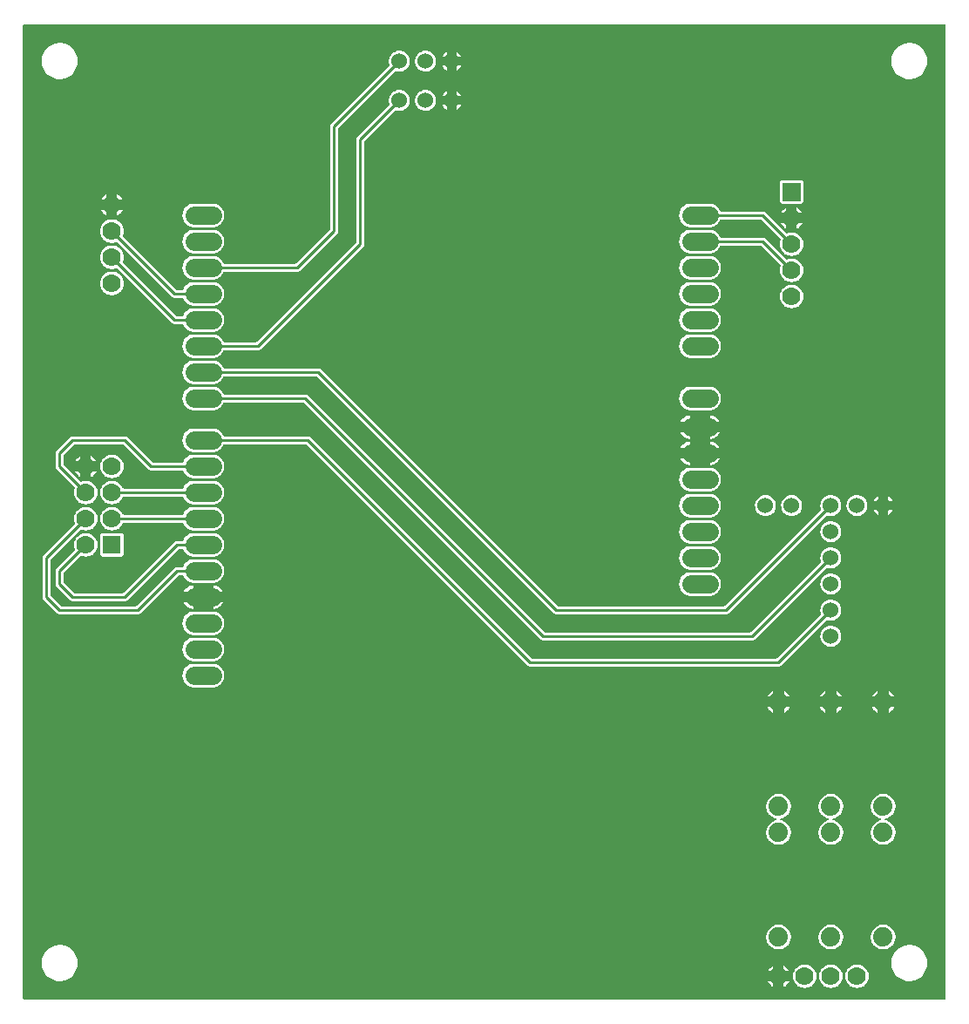
<source format=gtl>
G04 Layer: TopLayer*
G04 EasyEDA v6.4.25, 2021-11-05T19:22:01+05:30*
G04 61bcb772547544e299bc8c975d1ae397,5cb069c284564e3e9aa1642b0c72b42d,10*
G04 Gerber Generator version 0.2*
G04 Scale: 100 percent, Rotated: No, Reflected: No *
G04 Dimensions in millimeters *
G04 leading zeros omitted , absolute positions ,4 integer and 5 decimal *
%FSLAX45Y45*%
%MOMM*%

%ADD10C,0.2540*%
%ADD11C,1.5240*%
%ADD12C,1.7780*%
%ADD13R,1.7780X1.7780*%
%ADD14C,1.8796*%

%LPD*%
G36*
X4100068Y-4800092D02*
G01*
X4096156Y-4799330D01*
X4092905Y-4797094D01*
X4090670Y-4793843D01*
X4089908Y-4789932D01*
X4089908Y4662932D01*
X4090670Y4666843D01*
X4092905Y4670094D01*
X4096156Y4672330D01*
X4100068Y4673092D01*
X13044932Y4673092D01*
X13048843Y4672330D01*
X13052094Y4670094D01*
X13054330Y4666843D01*
X13055092Y4662932D01*
X13055092Y-4789932D01*
X13054330Y-4793843D01*
X13052094Y-4797094D01*
X13048843Y-4799330D01*
X13044932Y-4800092D01*
G37*

%LPC*%
G36*
X12184786Y-4686554D02*
G01*
X12199213Y-4686554D01*
X12213488Y-4684776D01*
X12227458Y-4681169D01*
X12240869Y-4675886D01*
X12253518Y-4668926D01*
X12265152Y-4660442D01*
X12275667Y-4650587D01*
X12284862Y-4639462D01*
X12292584Y-4627321D01*
X12298730Y-4614265D01*
X12303201Y-4600549D01*
X12305893Y-4586376D01*
X12306808Y-4572000D01*
X12305893Y-4557623D01*
X12303201Y-4543450D01*
X12298730Y-4529734D01*
X12292584Y-4516678D01*
X12284862Y-4504537D01*
X12275667Y-4493412D01*
X12265152Y-4483557D01*
X12253518Y-4475073D01*
X12240869Y-4468114D01*
X12227458Y-4462830D01*
X12213488Y-4459224D01*
X12199213Y-4457446D01*
X12184786Y-4457446D01*
X12170511Y-4459224D01*
X12156541Y-4462830D01*
X12143130Y-4468114D01*
X12130481Y-4475073D01*
X12118848Y-4483557D01*
X12108332Y-4493412D01*
X12099137Y-4504537D01*
X12091416Y-4516678D01*
X12085269Y-4529734D01*
X12080798Y-4543450D01*
X12078106Y-4557623D01*
X12077192Y-4572000D01*
X12078106Y-4586376D01*
X12080798Y-4600549D01*
X12085269Y-4614265D01*
X12091416Y-4627321D01*
X12099137Y-4639462D01*
X12108332Y-4650587D01*
X12118848Y-4660442D01*
X12130481Y-4668926D01*
X12143130Y-4675886D01*
X12156541Y-4681169D01*
X12170511Y-4684776D01*
G37*
G36*
X11930786Y-4686554D02*
G01*
X11945213Y-4686554D01*
X11959488Y-4684776D01*
X11973458Y-4681169D01*
X11986869Y-4675886D01*
X11999518Y-4668926D01*
X12011152Y-4660442D01*
X12021667Y-4650587D01*
X12030862Y-4639462D01*
X12038584Y-4627321D01*
X12044730Y-4614265D01*
X12049201Y-4600549D01*
X12051893Y-4586376D01*
X12052808Y-4572000D01*
X12051893Y-4557623D01*
X12049201Y-4543450D01*
X12044730Y-4529734D01*
X12038584Y-4516678D01*
X12030862Y-4504537D01*
X12021667Y-4493412D01*
X12011152Y-4483557D01*
X11999518Y-4475073D01*
X11986869Y-4468114D01*
X11973458Y-4462830D01*
X11959488Y-4459224D01*
X11945213Y-4457446D01*
X11930786Y-4457446D01*
X11916511Y-4459224D01*
X11902541Y-4462830D01*
X11889130Y-4468114D01*
X11876481Y-4475073D01*
X11864848Y-4483557D01*
X11854332Y-4493412D01*
X11845137Y-4504537D01*
X11837416Y-4516678D01*
X11831269Y-4529734D01*
X11826798Y-4543450D01*
X11824106Y-4557623D01*
X11823192Y-4572000D01*
X11824106Y-4586376D01*
X11826798Y-4600549D01*
X11831269Y-4614265D01*
X11837416Y-4627321D01*
X11845137Y-4639462D01*
X11854332Y-4650587D01*
X11864848Y-4660442D01*
X11876481Y-4668926D01*
X11889130Y-4675886D01*
X11902541Y-4681169D01*
X11916511Y-4684776D01*
G37*
G36*
X11676786Y-4686554D02*
G01*
X11691213Y-4686554D01*
X11705488Y-4684776D01*
X11719458Y-4681169D01*
X11732869Y-4675886D01*
X11745518Y-4668926D01*
X11757152Y-4660442D01*
X11767667Y-4650587D01*
X11776862Y-4639462D01*
X11784584Y-4627321D01*
X11790730Y-4614265D01*
X11795201Y-4600549D01*
X11797893Y-4586376D01*
X11798808Y-4572000D01*
X11797893Y-4557623D01*
X11795201Y-4543450D01*
X11790730Y-4529734D01*
X11784584Y-4516678D01*
X11776862Y-4504537D01*
X11767667Y-4493412D01*
X11757152Y-4483557D01*
X11745518Y-4475073D01*
X11732869Y-4468114D01*
X11719458Y-4462830D01*
X11705488Y-4459224D01*
X11691213Y-4457446D01*
X11676786Y-4457446D01*
X11662511Y-4459224D01*
X11648541Y-4462830D01*
X11635130Y-4468114D01*
X11622481Y-4475073D01*
X11610848Y-4483557D01*
X11600332Y-4493412D01*
X11591137Y-4504537D01*
X11583416Y-4516678D01*
X11577269Y-4529734D01*
X11572798Y-4543450D01*
X11570106Y-4557623D01*
X11569192Y-4572000D01*
X11570106Y-4586376D01*
X11572798Y-4600549D01*
X11577269Y-4614265D01*
X11583416Y-4627321D01*
X11591137Y-4639462D01*
X11600332Y-4650587D01*
X11610848Y-4660442D01*
X11622481Y-4668926D01*
X11635130Y-4675886D01*
X11648541Y-4681169D01*
X11662511Y-4684776D01*
G37*
G36*
X11379200Y-4674819D02*
G01*
X11379200Y-4622800D01*
X11327282Y-4622800D01*
X11329416Y-4627321D01*
X11337137Y-4639462D01*
X11346332Y-4650587D01*
X11356848Y-4660442D01*
X11368481Y-4668926D01*
G37*
G36*
X11480800Y-4674819D02*
G01*
X11491518Y-4668926D01*
X11503152Y-4660442D01*
X11513667Y-4650587D01*
X11522862Y-4639462D01*
X11530584Y-4627321D01*
X11532717Y-4622800D01*
X11480800Y-4622800D01*
G37*
G36*
X12704521Y-4620818D02*
G01*
X12722606Y-4619447D01*
X12740386Y-4616196D01*
X12757810Y-4611116D01*
X12774574Y-4604308D01*
X12790525Y-4595774D01*
X12805562Y-4585665D01*
X12819481Y-4574082D01*
X12832130Y-4561128D01*
X12843357Y-4546904D01*
X12853060Y-4531614D01*
X12861188Y-4515459D01*
X12867538Y-4498492D01*
X12872161Y-4480966D01*
X12874955Y-4463084D01*
X12875869Y-4445000D01*
X12874955Y-4426915D01*
X12872161Y-4409033D01*
X12867538Y-4391507D01*
X12861188Y-4374540D01*
X12853060Y-4358386D01*
X12843357Y-4343095D01*
X12832130Y-4328871D01*
X12819481Y-4315917D01*
X12805562Y-4304334D01*
X12790525Y-4294225D01*
X12774574Y-4285691D01*
X12757810Y-4278884D01*
X12740386Y-4273804D01*
X12722606Y-4270552D01*
X12704521Y-4269181D01*
X12686436Y-4269638D01*
X12668453Y-4271975D01*
X12650825Y-4276090D01*
X12633756Y-4282084D01*
X12617348Y-4289755D01*
X12601803Y-4299051D01*
X12587325Y-4309922D01*
X12574016Y-4322216D01*
X12562078Y-4335830D01*
X12551562Y-4350613D01*
X12542672Y-4366361D01*
X12535408Y-4382973D01*
X12529921Y-4400194D01*
X12526213Y-4417923D01*
X12524333Y-4435957D01*
X12524333Y-4454042D01*
X12526213Y-4472076D01*
X12529921Y-4489805D01*
X12535408Y-4507026D01*
X12542672Y-4523638D01*
X12551562Y-4539386D01*
X12562078Y-4554169D01*
X12574016Y-4567783D01*
X12587325Y-4580077D01*
X12601803Y-4590948D01*
X12617348Y-4600244D01*
X12633756Y-4607915D01*
X12650825Y-4613910D01*
X12668453Y-4618024D01*
X12686436Y-4620361D01*
G37*
G36*
X4449521Y-4620818D02*
G01*
X4467606Y-4619447D01*
X4485386Y-4616196D01*
X4502810Y-4611116D01*
X4519574Y-4604308D01*
X4535525Y-4595774D01*
X4550562Y-4585665D01*
X4564481Y-4574082D01*
X4577130Y-4561128D01*
X4588357Y-4546904D01*
X4598060Y-4531614D01*
X4606188Y-4515459D01*
X4612538Y-4498492D01*
X4617161Y-4480966D01*
X4619955Y-4463084D01*
X4620869Y-4445000D01*
X4619955Y-4426915D01*
X4617161Y-4409033D01*
X4612538Y-4391507D01*
X4606188Y-4374540D01*
X4598060Y-4358386D01*
X4588357Y-4343095D01*
X4577130Y-4328871D01*
X4564481Y-4315917D01*
X4550562Y-4304334D01*
X4535525Y-4294225D01*
X4519574Y-4285691D01*
X4502810Y-4278884D01*
X4485386Y-4273804D01*
X4467606Y-4270552D01*
X4449521Y-4269181D01*
X4431436Y-4269638D01*
X4413453Y-4271975D01*
X4395825Y-4276090D01*
X4378756Y-4282084D01*
X4362348Y-4289755D01*
X4346803Y-4299051D01*
X4332325Y-4309922D01*
X4319016Y-4322216D01*
X4307078Y-4335830D01*
X4296562Y-4350613D01*
X4287672Y-4366361D01*
X4280408Y-4382973D01*
X4274921Y-4400194D01*
X4271213Y-4417923D01*
X4269333Y-4435957D01*
X4269333Y-4454042D01*
X4271213Y-4472076D01*
X4274921Y-4489805D01*
X4280408Y-4507026D01*
X4287672Y-4523638D01*
X4296562Y-4539386D01*
X4307078Y-4554169D01*
X4319016Y-4567783D01*
X4332325Y-4580077D01*
X4346803Y-4590948D01*
X4362348Y-4600244D01*
X4378756Y-4607915D01*
X4395825Y-4613910D01*
X4413453Y-4618024D01*
X4431436Y-4620361D01*
G37*
G36*
X11480800Y-4521200D02*
G01*
X11532717Y-4521200D01*
X11530584Y-4516678D01*
X11522862Y-4504537D01*
X11513667Y-4493412D01*
X11503152Y-4483557D01*
X11491518Y-4475073D01*
X11480800Y-4469180D01*
G37*
G36*
X11327282Y-4521200D02*
G01*
X11379200Y-4521200D01*
X11379200Y-4469180D01*
X11368481Y-4475073D01*
X11356848Y-4483557D01*
X11346332Y-4493412D01*
X11337137Y-4504537D01*
X11329416Y-4516678D01*
G37*
G36*
X11422634Y-4310634D02*
G01*
X11437366Y-4310634D01*
X11452047Y-4308805D01*
X11466322Y-4305249D01*
X11480088Y-4299915D01*
X11493093Y-4292904D01*
X11505133Y-4284370D01*
X11516055Y-4274464D01*
X11525656Y-4263237D01*
X11533784Y-4250944D01*
X11540388Y-4237736D01*
X11545316Y-4223816D01*
X11548465Y-4209389D01*
X11549837Y-4194708D01*
X11549380Y-4179925D01*
X11547094Y-4165346D01*
X11543030Y-4151172D01*
X11537289Y-4137558D01*
X11529923Y-4124807D01*
X11521033Y-4113022D01*
X11510772Y-4102404D01*
X11499240Y-4093159D01*
X11486692Y-4085386D01*
X11473281Y-4079240D01*
X11459260Y-4074769D01*
X11444732Y-4072026D01*
X11430000Y-4071112D01*
X11415268Y-4072026D01*
X11400739Y-4074769D01*
X11386718Y-4079240D01*
X11373307Y-4085386D01*
X11360759Y-4093159D01*
X11349228Y-4102404D01*
X11338966Y-4113022D01*
X11330076Y-4124807D01*
X11322710Y-4137558D01*
X11316970Y-4151172D01*
X11312906Y-4165346D01*
X11310620Y-4179925D01*
X11310213Y-4194708D01*
X11311534Y-4209389D01*
X11314684Y-4223816D01*
X11319611Y-4237736D01*
X11326215Y-4250944D01*
X11334343Y-4263237D01*
X11343944Y-4274464D01*
X11354866Y-4284370D01*
X11366906Y-4292904D01*
X11379911Y-4299915D01*
X11393678Y-4305249D01*
X11407952Y-4308805D01*
G37*
G36*
X11930634Y-4310634D02*
G01*
X11945366Y-4310634D01*
X11960047Y-4308805D01*
X11974322Y-4305249D01*
X11988088Y-4299915D01*
X12001093Y-4292904D01*
X12013133Y-4284370D01*
X12024055Y-4274464D01*
X12033656Y-4263237D01*
X12041784Y-4250944D01*
X12048388Y-4237736D01*
X12053316Y-4223816D01*
X12056465Y-4209389D01*
X12057837Y-4194708D01*
X12057380Y-4179925D01*
X12055094Y-4165346D01*
X12051030Y-4151172D01*
X12045289Y-4137558D01*
X12037923Y-4124807D01*
X12029033Y-4113022D01*
X12018772Y-4102404D01*
X12007240Y-4093159D01*
X11994692Y-4085386D01*
X11981281Y-4079240D01*
X11967260Y-4074769D01*
X11952732Y-4072026D01*
X11938000Y-4071112D01*
X11923268Y-4072026D01*
X11908739Y-4074769D01*
X11894718Y-4079240D01*
X11881307Y-4085386D01*
X11868759Y-4093159D01*
X11857228Y-4102404D01*
X11846966Y-4113022D01*
X11838076Y-4124807D01*
X11830710Y-4137558D01*
X11824970Y-4151172D01*
X11820906Y-4165346D01*
X11818620Y-4179925D01*
X11818213Y-4194708D01*
X11819534Y-4209389D01*
X11822684Y-4223816D01*
X11827611Y-4237736D01*
X11834215Y-4250944D01*
X11842343Y-4263237D01*
X11851944Y-4274464D01*
X11862866Y-4284370D01*
X11874906Y-4292904D01*
X11887911Y-4299915D01*
X11901678Y-4305249D01*
X11915952Y-4308805D01*
G37*
G36*
X12438634Y-4310634D02*
G01*
X12453366Y-4310634D01*
X12468047Y-4308805D01*
X12482322Y-4305249D01*
X12496088Y-4299915D01*
X12509093Y-4292904D01*
X12521133Y-4284370D01*
X12532055Y-4274464D01*
X12541656Y-4263237D01*
X12549784Y-4250944D01*
X12556388Y-4237736D01*
X12561316Y-4223816D01*
X12564465Y-4209389D01*
X12565837Y-4194708D01*
X12565380Y-4179925D01*
X12563094Y-4165346D01*
X12559030Y-4151172D01*
X12553289Y-4137558D01*
X12545923Y-4124807D01*
X12537033Y-4113022D01*
X12526772Y-4102404D01*
X12515240Y-4093159D01*
X12502692Y-4085386D01*
X12489281Y-4079240D01*
X12475260Y-4074769D01*
X12460732Y-4072026D01*
X12446000Y-4071112D01*
X12431268Y-4072026D01*
X12416739Y-4074769D01*
X12402718Y-4079240D01*
X12389307Y-4085386D01*
X12376759Y-4093159D01*
X12365228Y-4102404D01*
X12354966Y-4113022D01*
X12346076Y-4124807D01*
X12338710Y-4137558D01*
X12332970Y-4151172D01*
X12328906Y-4165346D01*
X12326620Y-4179925D01*
X12326213Y-4194708D01*
X12327534Y-4209389D01*
X12330684Y-4223816D01*
X12335611Y-4237736D01*
X12342215Y-4250944D01*
X12350343Y-4263237D01*
X12359944Y-4274464D01*
X12370866Y-4284370D01*
X12382906Y-4292904D01*
X12395911Y-4299915D01*
X12409678Y-4305249D01*
X12423952Y-4308805D01*
G37*
G36*
X12438634Y-3294634D02*
G01*
X12453366Y-3294634D01*
X12468047Y-3292805D01*
X12482322Y-3289249D01*
X12496088Y-3283915D01*
X12509093Y-3276904D01*
X12521133Y-3268370D01*
X12532055Y-3258464D01*
X12541656Y-3247237D01*
X12549784Y-3234944D01*
X12556388Y-3221736D01*
X12561316Y-3207816D01*
X12564465Y-3193389D01*
X12565837Y-3178708D01*
X12565380Y-3163925D01*
X12563094Y-3149346D01*
X12559030Y-3135172D01*
X12553289Y-3121558D01*
X12545923Y-3108807D01*
X12537033Y-3097022D01*
X12526772Y-3086404D01*
X12515240Y-3077159D01*
X12502692Y-3069386D01*
X12489281Y-3063240D01*
X12475260Y-3058769D01*
X12471247Y-3058007D01*
X12467640Y-3056585D01*
X12464796Y-3053842D01*
X12463221Y-3050286D01*
X12463119Y-3046374D01*
X12464440Y-3042716D01*
X12467132Y-3039821D01*
X12470638Y-3038144D01*
X12482322Y-3035249D01*
X12496088Y-3029915D01*
X12509093Y-3022904D01*
X12521133Y-3014370D01*
X12532055Y-3004464D01*
X12541656Y-2993237D01*
X12549784Y-2980944D01*
X12556388Y-2967736D01*
X12561316Y-2953816D01*
X12564465Y-2939389D01*
X12565837Y-2924708D01*
X12565380Y-2909925D01*
X12563094Y-2895346D01*
X12559030Y-2881172D01*
X12553289Y-2867558D01*
X12545923Y-2854807D01*
X12537033Y-2843022D01*
X12526772Y-2832404D01*
X12515240Y-2823159D01*
X12502692Y-2815386D01*
X12489281Y-2809240D01*
X12475260Y-2804769D01*
X12460732Y-2802026D01*
X12446000Y-2801112D01*
X12431268Y-2802026D01*
X12416739Y-2804769D01*
X12402718Y-2809240D01*
X12389307Y-2815386D01*
X12376759Y-2823159D01*
X12365228Y-2832404D01*
X12354966Y-2843022D01*
X12346076Y-2854807D01*
X12338710Y-2867558D01*
X12332970Y-2881172D01*
X12328906Y-2895346D01*
X12326620Y-2909925D01*
X12326213Y-2924708D01*
X12327534Y-2939389D01*
X12330684Y-2953816D01*
X12335611Y-2967736D01*
X12342215Y-2980944D01*
X12350343Y-2993237D01*
X12359944Y-3004464D01*
X12370866Y-3014370D01*
X12382906Y-3022904D01*
X12395911Y-3029915D01*
X12409678Y-3035249D01*
X12421362Y-3038144D01*
X12424867Y-3039821D01*
X12427559Y-3042716D01*
X12428880Y-3046374D01*
X12428778Y-3050286D01*
X12427204Y-3053842D01*
X12424359Y-3056585D01*
X12420752Y-3058007D01*
X12416739Y-3058769D01*
X12402718Y-3063240D01*
X12389307Y-3069386D01*
X12376759Y-3077159D01*
X12365228Y-3086404D01*
X12354966Y-3097022D01*
X12346076Y-3108807D01*
X12338710Y-3121558D01*
X12332970Y-3135172D01*
X12328906Y-3149346D01*
X12326620Y-3163925D01*
X12326213Y-3178708D01*
X12327534Y-3193389D01*
X12330684Y-3207816D01*
X12335611Y-3221736D01*
X12342215Y-3234944D01*
X12350343Y-3247237D01*
X12359944Y-3258464D01*
X12370866Y-3268370D01*
X12382906Y-3276904D01*
X12395911Y-3283915D01*
X12409678Y-3289249D01*
X12423952Y-3292805D01*
G37*
G36*
X11930634Y-3294634D02*
G01*
X11945366Y-3294634D01*
X11960047Y-3292805D01*
X11974322Y-3289249D01*
X11988088Y-3283915D01*
X12001093Y-3276904D01*
X12013133Y-3268370D01*
X12024055Y-3258464D01*
X12033656Y-3247237D01*
X12041784Y-3234944D01*
X12048388Y-3221736D01*
X12053316Y-3207816D01*
X12056465Y-3193389D01*
X12057837Y-3178708D01*
X12057380Y-3163925D01*
X12055094Y-3149346D01*
X12051030Y-3135172D01*
X12045289Y-3121558D01*
X12037923Y-3108807D01*
X12029033Y-3097022D01*
X12018772Y-3086404D01*
X12007240Y-3077159D01*
X11994692Y-3069386D01*
X11981281Y-3063240D01*
X11967260Y-3058769D01*
X11963247Y-3058007D01*
X11959640Y-3056585D01*
X11956796Y-3053842D01*
X11955221Y-3050286D01*
X11955119Y-3046374D01*
X11956440Y-3042716D01*
X11959132Y-3039821D01*
X11962638Y-3038144D01*
X11974322Y-3035249D01*
X11988088Y-3029915D01*
X12001093Y-3022904D01*
X12013133Y-3014370D01*
X12024055Y-3004464D01*
X12033656Y-2993237D01*
X12041784Y-2980944D01*
X12048388Y-2967736D01*
X12053316Y-2953816D01*
X12056465Y-2939389D01*
X12057837Y-2924708D01*
X12057380Y-2909925D01*
X12055094Y-2895346D01*
X12051030Y-2881172D01*
X12045289Y-2867558D01*
X12037923Y-2854807D01*
X12029033Y-2843022D01*
X12018772Y-2832404D01*
X12007240Y-2823159D01*
X11994692Y-2815386D01*
X11981281Y-2809240D01*
X11967260Y-2804769D01*
X11952732Y-2802026D01*
X11938000Y-2801112D01*
X11923268Y-2802026D01*
X11908739Y-2804769D01*
X11894718Y-2809240D01*
X11881307Y-2815386D01*
X11868759Y-2823159D01*
X11857228Y-2832404D01*
X11846966Y-2843022D01*
X11838076Y-2854807D01*
X11830710Y-2867558D01*
X11824970Y-2881172D01*
X11820906Y-2895346D01*
X11818620Y-2909925D01*
X11818213Y-2924708D01*
X11819534Y-2939389D01*
X11822684Y-2953816D01*
X11827611Y-2967736D01*
X11834215Y-2980944D01*
X11842343Y-2993237D01*
X11851944Y-3004464D01*
X11862866Y-3014370D01*
X11874906Y-3022904D01*
X11887911Y-3029915D01*
X11901678Y-3035249D01*
X11913362Y-3038144D01*
X11916867Y-3039821D01*
X11919559Y-3042716D01*
X11920880Y-3046374D01*
X11920778Y-3050286D01*
X11919204Y-3053842D01*
X11916359Y-3056585D01*
X11912752Y-3058007D01*
X11908739Y-3058769D01*
X11894718Y-3063240D01*
X11881307Y-3069386D01*
X11868759Y-3077159D01*
X11857228Y-3086404D01*
X11846966Y-3097022D01*
X11838076Y-3108807D01*
X11830710Y-3121558D01*
X11824970Y-3135172D01*
X11820906Y-3149346D01*
X11818620Y-3163925D01*
X11818213Y-3178708D01*
X11819534Y-3193389D01*
X11822684Y-3207816D01*
X11827611Y-3221736D01*
X11834215Y-3234944D01*
X11842343Y-3247237D01*
X11851944Y-3258464D01*
X11862866Y-3268370D01*
X11874906Y-3276904D01*
X11887911Y-3283915D01*
X11901678Y-3289249D01*
X11915952Y-3292805D01*
G37*
G36*
X11422634Y-3294634D02*
G01*
X11437366Y-3294634D01*
X11452047Y-3292805D01*
X11466322Y-3289249D01*
X11480088Y-3283915D01*
X11493093Y-3276904D01*
X11505133Y-3268370D01*
X11516055Y-3258464D01*
X11525656Y-3247237D01*
X11533784Y-3234944D01*
X11540388Y-3221736D01*
X11545316Y-3207816D01*
X11548465Y-3193389D01*
X11549837Y-3178708D01*
X11549380Y-3163925D01*
X11547094Y-3149346D01*
X11543030Y-3135172D01*
X11537289Y-3121558D01*
X11529923Y-3108807D01*
X11521033Y-3097022D01*
X11510772Y-3086404D01*
X11499240Y-3077159D01*
X11486692Y-3069386D01*
X11473281Y-3063240D01*
X11459260Y-3058769D01*
X11455247Y-3058007D01*
X11451640Y-3056585D01*
X11448796Y-3053842D01*
X11447221Y-3050286D01*
X11447119Y-3046374D01*
X11448440Y-3042716D01*
X11451132Y-3039821D01*
X11454638Y-3038144D01*
X11466322Y-3035249D01*
X11480088Y-3029915D01*
X11493093Y-3022904D01*
X11505133Y-3014370D01*
X11516055Y-3004464D01*
X11525656Y-2993237D01*
X11533784Y-2980944D01*
X11540388Y-2967736D01*
X11545316Y-2953816D01*
X11548465Y-2939389D01*
X11549837Y-2924708D01*
X11549380Y-2909925D01*
X11547094Y-2895346D01*
X11543030Y-2881172D01*
X11537289Y-2867558D01*
X11529923Y-2854807D01*
X11521033Y-2843022D01*
X11510772Y-2832404D01*
X11499240Y-2823159D01*
X11486692Y-2815386D01*
X11473281Y-2809240D01*
X11459260Y-2804769D01*
X11444732Y-2802026D01*
X11430000Y-2801112D01*
X11415268Y-2802026D01*
X11400739Y-2804769D01*
X11386718Y-2809240D01*
X11373307Y-2815386D01*
X11360759Y-2823159D01*
X11349228Y-2832404D01*
X11338966Y-2843022D01*
X11330076Y-2854807D01*
X11322710Y-2867558D01*
X11316970Y-2881172D01*
X11312906Y-2895346D01*
X11310620Y-2909925D01*
X11310213Y-2924708D01*
X11311534Y-2939389D01*
X11314684Y-2953816D01*
X11319611Y-2967736D01*
X11326215Y-2980944D01*
X11334343Y-2993237D01*
X11343944Y-3004464D01*
X11354866Y-3014370D01*
X11366906Y-3022904D01*
X11379911Y-3029915D01*
X11393678Y-3035249D01*
X11405362Y-3038144D01*
X11408867Y-3039821D01*
X11411559Y-3042716D01*
X11412880Y-3046374D01*
X11412778Y-3050286D01*
X11411204Y-3053842D01*
X11408359Y-3056585D01*
X11404752Y-3058007D01*
X11400739Y-3058769D01*
X11386718Y-3063240D01*
X11373307Y-3069386D01*
X11360759Y-3077159D01*
X11349228Y-3086404D01*
X11338966Y-3097022D01*
X11330076Y-3108807D01*
X11322710Y-3121558D01*
X11316970Y-3135172D01*
X11312906Y-3149346D01*
X11310620Y-3163925D01*
X11310213Y-3178708D01*
X11311534Y-3193389D01*
X11314684Y-3207816D01*
X11319611Y-3221736D01*
X11326215Y-3234944D01*
X11334343Y-3247237D01*
X11343944Y-3258464D01*
X11354866Y-3268370D01*
X11366906Y-3276904D01*
X11379911Y-3283915D01*
X11393678Y-3289249D01*
X11407952Y-3292805D01*
G37*
G36*
X11884660Y-2012137D02*
G01*
X11884660Y-1958339D01*
X11830913Y-1958339D01*
X11834215Y-1964943D01*
X11842343Y-1977237D01*
X11851944Y-1988464D01*
X11862866Y-1998370D01*
X11874906Y-2006904D01*
G37*
G36*
X12392660Y-2012137D02*
G01*
X12392660Y-1958339D01*
X12338913Y-1958339D01*
X12342215Y-1964943D01*
X12350343Y-1977237D01*
X12359944Y-1988464D01*
X12370866Y-1998370D01*
X12382906Y-2006904D01*
G37*
G36*
X11376660Y-2012137D02*
G01*
X11376660Y-1958339D01*
X11322913Y-1958339D01*
X11326215Y-1964943D01*
X11334343Y-1977237D01*
X11343944Y-1988464D01*
X11354866Y-1998370D01*
X11366906Y-2006904D01*
G37*
G36*
X11991340Y-2012137D02*
G01*
X12001093Y-2006904D01*
X12013133Y-1998370D01*
X12024055Y-1988464D01*
X12033656Y-1977237D01*
X12041784Y-1964943D01*
X12045086Y-1958339D01*
X11991340Y-1958339D01*
G37*
G36*
X11483340Y-2012137D02*
G01*
X11493093Y-2006904D01*
X11505133Y-1998370D01*
X11516055Y-1988464D01*
X11525656Y-1977237D01*
X11533784Y-1964943D01*
X11537086Y-1958339D01*
X11483340Y-1958339D01*
G37*
G36*
X12499340Y-2012137D02*
G01*
X12509093Y-2006904D01*
X12521133Y-1998370D01*
X12532055Y-1988464D01*
X12541656Y-1977237D01*
X12549784Y-1964943D01*
X12553086Y-1958339D01*
X12499340Y-1958339D01*
G37*
G36*
X11991340Y-1851660D02*
G01*
X12045340Y-1851660D01*
X12037923Y-1838807D01*
X12029033Y-1827022D01*
X12018772Y-1816404D01*
X12007240Y-1807159D01*
X11994692Y-1799386D01*
X11991340Y-1797862D01*
G37*
G36*
X11483340Y-1851660D02*
G01*
X11537340Y-1851660D01*
X11529923Y-1838807D01*
X11521033Y-1827022D01*
X11510772Y-1816404D01*
X11499240Y-1807159D01*
X11486692Y-1799386D01*
X11483340Y-1797862D01*
G37*
G36*
X12499340Y-1851660D02*
G01*
X12553340Y-1851660D01*
X12545923Y-1838807D01*
X12537033Y-1827022D01*
X12526772Y-1816404D01*
X12515240Y-1807159D01*
X12502692Y-1799386D01*
X12499340Y-1797862D01*
G37*
G36*
X11830659Y-1851660D02*
G01*
X11884660Y-1851660D01*
X11884660Y-1797862D01*
X11881307Y-1799386D01*
X11868759Y-1807159D01*
X11857228Y-1816404D01*
X11846966Y-1827022D01*
X11838076Y-1838807D01*
G37*
G36*
X12338659Y-1851660D02*
G01*
X12392660Y-1851660D01*
X12392660Y-1797862D01*
X12389307Y-1799386D01*
X12376759Y-1807159D01*
X12365228Y-1816404D01*
X12354966Y-1827022D01*
X12346076Y-1838807D01*
G37*
G36*
X11322659Y-1851660D02*
G01*
X11376660Y-1851660D01*
X11376660Y-1797862D01*
X11373307Y-1799386D01*
X11360759Y-1807159D01*
X11349228Y-1816404D01*
X11338966Y-1827022D01*
X11330076Y-1838807D01*
G37*
G36*
X5753404Y-1765807D02*
G01*
X5930595Y-1765807D01*
X5945276Y-1764893D01*
X5959449Y-1762201D01*
X5973165Y-1757730D01*
X5986221Y-1751584D01*
X5998362Y-1743862D01*
X6009487Y-1734667D01*
X6019342Y-1724152D01*
X6027826Y-1712518D01*
X6034786Y-1699869D01*
X6040069Y-1686458D01*
X6043676Y-1672488D01*
X6045454Y-1658213D01*
X6045454Y-1643786D01*
X6043676Y-1629511D01*
X6040069Y-1615541D01*
X6034786Y-1602130D01*
X6027826Y-1589481D01*
X6019342Y-1577848D01*
X6009487Y-1567332D01*
X5998362Y-1558137D01*
X5986221Y-1550416D01*
X5973165Y-1544269D01*
X5959449Y-1539798D01*
X5945276Y-1537106D01*
X5930595Y-1536192D01*
X5753404Y-1536192D01*
X5738723Y-1537106D01*
X5724550Y-1539798D01*
X5710834Y-1544269D01*
X5697778Y-1550416D01*
X5685637Y-1558137D01*
X5674512Y-1567332D01*
X5664657Y-1577848D01*
X5656173Y-1589481D01*
X5649214Y-1602130D01*
X5643930Y-1615541D01*
X5640324Y-1629511D01*
X5638546Y-1643786D01*
X5638546Y-1658213D01*
X5640324Y-1672488D01*
X5643930Y-1686458D01*
X5649214Y-1699869D01*
X5656173Y-1712518D01*
X5664657Y-1724152D01*
X5674512Y-1734667D01*
X5685637Y-1743862D01*
X5697778Y-1751584D01*
X5710834Y-1757730D01*
X5724550Y-1762201D01*
X5738723Y-1764893D01*
G37*
G36*
X9017508Y-1562608D02*
G01*
X11429492Y-1562608D01*
X11437518Y-1561795D01*
X11444732Y-1559610D01*
X11451437Y-1556054D01*
X11457635Y-1550924D01*
X11894007Y-1114602D01*
X11897106Y-1112469D01*
X11900763Y-1111656D01*
X11904522Y-1112215D01*
X11911025Y-1114450D01*
X11924385Y-1117193D01*
X11938000Y-1118108D01*
X11951614Y-1117193D01*
X11964974Y-1114450D01*
X11977878Y-1109980D01*
X11990019Y-1103833D01*
X12001246Y-1096111D01*
X12011406Y-1086967D01*
X12020194Y-1076553D01*
X12027509Y-1065072D01*
X12033250Y-1052677D01*
X12037314Y-1039672D01*
X12039549Y-1026210D01*
X12040006Y-1012596D01*
X12038685Y-999032D01*
X12035485Y-985774D01*
X12030608Y-973023D01*
X12024055Y-961085D01*
X12015978Y-950112D01*
X12006478Y-940308D01*
X11995759Y-931824D01*
X11984024Y-924864D01*
X11971477Y-919581D01*
X11958320Y-915974D01*
X11944807Y-914146D01*
X11931192Y-914146D01*
X11917680Y-915974D01*
X11904522Y-919581D01*
X11891975Y-924864D01*
X11880240Y-931824D01*
X11869521Y-940308D01*
X11860022Y-950112D01*
X11851944Y-961085D01*
X11845391Y-973023D01*
X11840514Y-985774D01*
X11837314Y-999032D01*
X11835993Y-1012596D01*
X11836450Y-1026210D01*
X11838686Y-1039672D01*
X11841835Y-1049883D01*
X11842292Y-1053490D01*
X11841429Y-1057046D01*
X11839346Y-1060043D01*
X11416995Y-1482394D01*
X11413693Y-1484630D01*
X11409781Y-1485392D01*
X9037218Y-1485392D01*
X9033306Y-1484630D01*
X9030004Y-1482394D01*
X6885635Y661924D01*
X6879437Y667054D01*
X6872731Y670610D01*
X6865518Y672795D01*
X6857492Y673608D01*
X6045708Y673608D01*
X6041796Y674420D01*
X6038494Y676656D01*
X6036310Y680008D01*
X6034786Y683869D01*
X6027826Y696518D01*
X6019342Y708152D01*
X6009487Y718667D01*
X5998362Y727862D01*
X5986221Y735584D01*
X5973165Y741730D01*
X5959449Y746201D01*
X5945276Y748893D01*
X5930595Y749808D01*
X5753404Y749808D01*
X5738723Y748893D01*
X5724550Y746201D01*
X5710834Y741730D01*
X5697778Y735584D01*
X5685637Y727862D01*
X5674512Y718667D01*
X5664657Y708152D01*
X5656173Y696518D01*
X5649214Y683869D01*
X5643930Y670458D01*
X5640324Y656488D01*
X5638546Y642213D01*
X5638546Y627786D01*
X5640324Y613511D01*
X5643930Y599541D01*
X5649214Y586130D01*
X5656173Y573481D01*
X5664657Y561848D01*
X5674512Y551332D01*
X5685637Y542137D01*
X5697778Y534416D01*
X5710834Y528269D01*
X5724550Y523798D01*
X5738723Y521106D01*
X5753404Y520192D01*
X5930595Y520192D01*
X5945276Y521106D01*
X5959449Y523798D01*
X5973165Y528269D01*
X5986221Y534416D01*
X5998362Y542137D01*
X6009487Y551332D01*
X6019342Y561848D01*
X6027826Y573481D01*
X6034786Y586130D01*
X6036310Y589991D01*
X6038494Y593344D01*
X6041796Y595579D01*
X6045708Y596392D01*
X6837781Y596392D01*
X6841693Y595630D01*
X6844995Y593394D01*
X8989364Y-1550924D01*
X8995562Y-1556054D01*
X9002268Y-1559610D01*
X9009481Y-1561795D01*
G37*
G36*
X5753404Y-1511808D02*
G01*
X5930595Y-1511808D01*
X5945276Y-1510893D01*
X5959449Y-1508201D01*
X5973165Y-1503730D01*
X5986221Y-1497584D01*
X5998362Y-1489862D01*
X6009487Y-1480667D01*
X6019342Y-1470152D01*
X6027826Y-1458518D01*
X6034786Y-1445869D01*
X6040069Y-1432458D01*
X6043676Y-1418488D01*
X6045454Y-1404213D01*
X6045454Y-1389786D01*
X6043676Y-1375511D01*
X6040069Y-1361541D01*
X6034786Y-1348130D01*
X6027826Y-1335481D01*
X6019342Y-1323848D01*
X6009487Y-1313332D01*
X5998362Y-1304137D01*
X5986221Y-1296416D01*
X5973165Y-1290269D01*
X5959449Y-1285798D01*
X5945276Y-1283106D01*
X5930595Y-1282192D01*
X5753404Y-1282192D01*
X5738723Y-1283106D01*
X5724550Y-1285798D01*
X5710834Y-1290269D01*
X5697778Y-1296416D01*
X5685637Y-1304137D01*
X5674512Y-1313332D01*
X5664657Y-1323848D01*
X5656173Y-1335481D01*
X5649214Y-1348130D01*
X5643930Y-1361541D01*
X5640324Y-1375511D01*
X5638546Y-1389786D01*
X5638546Y-1404213D01*
X5640324Y-1418488D01*
X5643930Y-1432458D01*
X5649214Y-1445869D01*
X5656173Y-1458518D01*
X5664657Y-1470152D01*
X5674512Y-1480667D01*
X5685637Y-1489862D01*
X5697778Y-1497584D01*
X5710834Y-1503730D01*
X5724550Y-1508201D01*
X5738723Y-1510893D01*
G37*
G36*
X11938000Y-1372108D02*
G01*
X11951614Y-1371193D01*
X11964974Y-1368450D01*
X11977878Y-1363980D01*
X11990019Y-1357833D01*
X12001246Y-1350111D01*
X12011406Y-1340967D01*
X12020194Y-1330553D01*
X12027509Y-1319072D01*
X12033250Y-1306677D01*
X12037314Y-1293672D01*
X12039549Y-1280210D01*
X12040006Y-1266596D01*
X12038685Y-1253032D01*
X12035485Y-1239774D01*
X12030608Y-1227023D01*
X12024055Y-1215085D01*
X12015978Y-1204112D01*
X12006478Y-1194308D01*
X11995759Y-1185824D01*
X11984024Y-1178864D01*
X11971477Y-1173581D01*
X11958320Y-1169974D01*
X11944807Y-1168146D01*
X11931192Y-1168146D01*
X11917680Y-1169974D01*
X11904522Y-1173581D01*
X11891975Y-1178864D01*
X11880240Y-1185824D01*
X11869521Y-1194308D01*
X11860022Y-1204112D01*
X11851944Y-1215085D01*
X11845391Y-1227023D01*
X11840514Y-1239774D01*
X11837314Y-1253032D01*
X11835993Y-1266596D01*
X11836450Y-1280210D01*
X11838686Y-1293672D01*
X11842750Y-1306677D01*
X11848490Y-1319072D01*
X11855805Y-1330553D01*
X11864594Y-1340967D01*
X11874754Y-1350111D01*
X11885980Y-1357833D01*
X11898122Y-1363980D01*
X11911025Y-1368450D01*
X11924385Y-1371193D01*
G37*
G36*
X9144508Y-1308608D02*
G01*
X11175492Y-1308608D01*
X11183518Y-1307795D01*
X11190732Y-1305610D01*
X11197437Y-1302054D01*
X11203635Y-1296924D01*
X11894007Y-606602D01*
X11897106Y-604469D01*
X11900763Y-603656D01*
X11904522Y-604215D01*
X11911025Y-606450D01*
X11924385Y-609193D01*
X11938000Y-610108D01*
X11951614Y-609193D01*
X11964974Y-606450D01*
X11977878Y-601980D01*
X11990019Y-595833D01*
X12001246Y-588111D01*
X12011406Y-578967D01*
X12020194Y-568553D01*
X12027509Y-557072D01*
X12033250Y-544677D01*
X12037314Y-531672D01*
X12039549Y-518210D01*
X12040006Y-504596D01*
X12038685Y-491032D01*
X12035485Y-477774D01*
X12030608Y-465023D01*
X12024055Y-453085D01*
X12015978Y-442112D01*
X12006478Y-432308D01*
X11995759Y-423824D01*
X11984024Y-416864D01*
X11971477Y-411581D01*
X11958320Y-407974D01*
X11944807Y-406146D01*
X11931192Y-406146D01*
X11917680Y-407974D01*
X11904522Y-411581D01*
X11891975Y-416864D01*
X11880240Y-423824D01*
X11869521Y-432308D01*
X11860022Y-442112D01*
X11851944Y-453085D01*
X11845391Y-465023D01*
X11840514Y-477774D01*
X11837314Y-491032D01*
X11835993Y-504596D01*
X11836450Y-518210D01*
X11838686Y-531672D01*
X11841835Y-541883D01*
X11842292Y-545490D01*
X11841429Y-549046D01*
X11839346Y-552043D01*
X11162995Y-1228394D01*
X11159693Y-1230630D01*
X11155781Y-1231392D01*
X9164218Y-1231392D01*
X9160306Y-1230630D01*
X9157004Y-1228394D01*
X6860235Y1068324D01*
X6854037Y1073454D01*
X6847331Y1077010D01*
X6840118Y1079195D01*
X6832092Y1080008D01*
X6045708Y1080008D01*
X6041796Y1080820D01*
X6038494Y1083056D01*
X6036310Y1086408D01*
X6034786Y1090269D01*
X6027826Y1102918D01*
X6019342Y1114552D01*
X6009487Y1125067D01*
X5998362Y1134262D01*
X5986221Y1141984D01*
X5973165Y1148130D01*
X5959449Y1152601D01*
X5945276Y1155293D01*
X5930595Y1156208D01*
X5753404Y1156208D01*
X5738723Y1155293D01*
X5724550Y1152601D01*
X5710834Y1148130D01*
X5697778Y1141984D01*
X5685637Y1134262D01*
X5674512Y1125067D01*
X5664657Y1114552D01*
X5656173Y1102918D01*
X5649214Y1090269D01*
X5643930Y1076858D01*
X5640324Y1062888D01*
X5638546Y1048613D01*
X5638546Y1034186D01*
X5640324Y1019911D01*
X5643930Y1005941D01*
X5649214Y992530D01*
X5656173Y979881D01*
X5664657Y968248D01*
X5674512Y957732D01*
X5685637Y948537D01*
X5697778Y940816D01*
X5710834Y934669D01*
X5724550Y930198D01*
X5738723Y927506D01*
X5753404Y926592D01*
X5930595Y926592D01*
X5945276Y927506D01*
X5959449Y930198D01*
X5973165Y934669D01*
X5986221Y940816D01*
X5998362Y948537D01*
X6009487Y957732D01*
X6019342Y968248D01*
X6027826Y979881D01*
X6034786Y992530D01*
X6036310Y996391D01*
X6038494Y999744D01*
X6041796Y1001979D01*
X6045708Y1002792D01*
X6812381Y1002792D01*
X6816293Y1002030D01*
X6819595Y999794D01*
X9116364Y-1296924D01*
X9122562Y-1302054D01*
X9129268Y-1305610D01*
X9136481Y-1307795D01*
G37*
G36*
X5753404Y-1257808D02*
G01*
X5930595Y-1257808D01*
X5945276Y-1256893D01*
X5959449Y-1254201D01*
X5973165Y-1249730D01*
X5986221Y-1243584D01*
X5998362Y-1235862D01*
X6009487Y-1226667D01*
X6019342Y-1216152D01*
X6027826Y-1204518D01*
X6034786Y-1191869D01*
X6040069Y-1178458D01*
X6043676Y-1164488D01*
X6045454Y-1150213D01*
X6045454Y-1135786D01*
X6043676Y-1121511D01*
X6040069Y-1107541D01*
X6034786Y-1094130D01*
X6027826Y-1081481D01*
X6019342Y-1069848D01*
X6009487Y-1059332D01*
X5998362Y-1050137D01*
X5986221Y-1042416D01*
X5973165Y-1036269D01*
X5959449Y-1031798D01*
X5945276Y-1029106D01*
X5930595Y-1028192D01*
X5753404Y-1028192D01*
X5738723Y-1029106D01*
X5724550Y-1031798D01*
X5710834Y-1036269D01*
X5697778Y-1042416D01*
X5685637Y-1050137D01*
X5674512Y-1059332D01*
X5664657Y-1069848D01*
X5656173Y-1081481D01*
X5649214Y-1094130D01*
X5643930Y-1107541D01*
X5640324Y-1121511D01*
X5638546Y-1135786D01*
X5638546Y-1150213D01*
X5640324Y-1164488D01*
X5643930Y-1178458D01*
X5649214Y-1191869D01*
X5656173Y-1204518D01*
X5664657Y-1216152D01*
X5674512Y-1226667D01*
X5685637Y-1235862D01*
X5697778Y-1243584D01*
X5710834Y-1249730D01*
X5724550Y-1254201D01*
X5738723Y-1256893D01*
G37*
G36*
X4445508Y-1054608D02*
G01*
X5206492Y-1054608D01*
X5214518Y-1053795D01*
X5221732Y-1051610D01*
X5228437Y-1048054D01*
X5234635Y-1042924D01*
X5601004Y-676605D01*
X5604306Y-674370D01*
X5608218Y-673608D01*
X5638292Y-673608D01*
X5642203Y-674420D01*
X5645505Y-676656D01*
X5647690Y-680008D01*
X5649214Y-683869D01*
X5656173Y-696518D01*
X5664657Y-708152D01*
X5674512Y-718667D01*
X5685637Y-727862D01*
X5697778Y-735584D01*
X5710834Y-741730D01*
X5724550Y-746201D01*
X5738723Y-748893D01*
X5753404Y-749808D01*
X5930595Y-749808D01*
X5945276Y-748893D01*
X5959449Y-746201D01*
X5973165Y-741730D01*
X5986221Y-735584D01*
X5998362Y-727862D01*
X6009487Y-718667D01*
X6019342Y-708152D01*
X6027826Y-696518D01*
X6034786Y-683869D01*
X6040069Y-670458D01*
X6043676Y-656488D01*
X6045454Y-642213D01*
X6045454Y-627786D01*
X6043676Y-613511D01*
X6040069Y-599541D01*
X6034786Y-586130D01*
X6027826Y-573481D01*
X6019342Y-561848D01*
X6009487Y-551332D01*
X5998362Y-542137D01*
X5986221Y-534416D01*
X5973165Y-528269D01*
X5959449Y-523798D01*
X5945276Y-521106D01*
X5930595Y-520192D01*
X5753404Y-520192D01*
X5738723Y-521106D01*
X5724550Y-523798D01*
X5710834Y-528269D01*
X5697778Y-534416D01*
X5685637Y-542137D01*
X5674512Y-551332D01*
X5664657Y-561848D01*
X5656173Y-573481D01*
X5649214Y-586130D01*
X5647690Y-589991D01*
X5645505Y-593344D01*
X5642203Y-595579D01*
X5638292Y-596392D01*
X5588508Y-596392D01*
X5580481Y-597204D01*
X5573268Y-599389D01*
X5566562Y-602945D01*
X5560364Y-608076D01*
X5193995Y-974394D01*
X5190693Y-976630D01*
X5186781Y-977392D01*
X4465218Y-977392D01*
X4461306Y-976630D01*
X4458004Y-974394D01*
X4359605Y-875995D01*
X4357370Y-872693D01*
X4356608Y-868781D01*
X4356608Y-528218D01*
X4357370Y-524306D01*
X4359605Y-521004D01*
X4645152Y-235458D01*
X4648352Y-233273D01*
X4652213Y-232511D01*
X4656074Y-233222D01*
X4663541Y-236169D01*
X4677511Y-239775D01*
X4691786Y-241554D01*
X4706213Y-241554D01*
X4720488Y-239775D01*
X4734458Y-236169D01*
X4747869Y-230886D01*
X4760518Y-223926D01*
X4772152Y-215442D01*
X4782667Y-205587D01*
X4791862Y-194462D01*
X4799584Y-182321D01*
X4805730Y-169265D01*
X4810201Y-155549D01*
X4812893Y-141376D01*
X4813808Y-127000D01*
X4812893Y-112623D01*
X4810201Y-98450D01*
X4805730Y-84734D01*
X4799584Y-71678D01*
X4791862Y-59537D01*
X4782667Y-48412D01*
X4772152Y-38557D01*
X4760518Y-30073D01*
X4747869Y-23114D01*
X4734458Y-17830D01*
X4720488Y-14224D01*
X4706213Y-12446D01*
X4691786Y-12446D01*
X4677511Y-14224D01*
X4663541Y-17830D01*
X4650130Y-23114D01*
X4637481Y-30073D01*
X4625848Y-38557D01*
X4615332Y-48412D01*
X4606137Y-59537D01*
X4598416Y-71678D01*
X4592269Y-84734D01*
X4587798Y-98450D01*
X4585106Y-112623D01*
X4584192Y-127000D01*
X4585106Y-141376D01*
X4587798Y-155549D01*
X4592370Y-169519D01*
X4593336Y-173532D01*
X4592624Y-177596D01*
X4590389Y-181000D01*
X4291076Y-480364D01*
X4285945Y-486562D01*
X4282389Y-493268D01*
X4280204Y-500481D01*
X4279392Y-508508D01*
X4279392Y-888492D01*
X4280204Y-896518D01*
X4282389Y-903732D01*
X4285945Y-910437D01*
X4291076Y-916635D01*
X4417364Y-1042924D01*
X4423562Y-1048054D01*
X4430268Y-1051610D01*
X4437481Y-1053795D01*
G37*
G36*
X9271508Y-1054608D02*
G01*
X10921492Y-1054608D01*
X10929518Y-1053795D01*
X10936732Y-1051610D01*
X10943437Y-1048054D01*
X10949635Y-1042924D01*
X11894007Y-98602D01*
X11897106Y-96469D01*
X11900763Y-95656D01*
X11904522Y-96215D01*
X11911025Y-98450D01*
X11924385Y-101193D01*
X11938000Y-102108D01*
X11951614Y-101193D01*
X11964974Y-98450D01*
X11977878Y-93980D01*
X11990019Y-87833D01*
X12001246Y-80111D01*
X12011406Y-70967D01*
X12020194Y-60553D01*
X12027509Y-49072D01*
X12033250Y-36677D01*
X12037314Y-23672D01*
X12039549Y-10210D01*
X12040006Y3403D01*
X12038685Y16967D01*
X12035485Y30226D01*
X12030608Y42976D01*
X12024055Y54914D01*
X12015978Y65887D01*
X12006478Y75692D01*
X11995759Y84175D01*
X11984024Y91135D01*
X11971477Y96418D01*
X11958320Y100025D01*
X11944807Y101854D01*
X11931192Y101854D01*
X11917680Y100025D01*
X11904522Y96418D01*
X11891975Y91135D01*
X11880240Y84175D01*
X11869521Y75692D01*
X11860022Y65887D01*
X11851944Y54914D01*
X11845391Y42976D01*
X11840514Y30226D01*
X11837314Y16967D01*
X11835993Y3403D01*
X11836450Y-10210D01*
X11838686Y-23672D01*
X11841835Y-33883D01*
X11842292Y-37490D01*
X11841429Y-41046D01*
X11839346Y-44043D01*
X10908995Y-974394D01*
X10905693Y-976630D01*
X10901781Y-977392D01*
X9291218Y-977392D01*
X9287306Y-976630D01*
X9284004Y-974394D01*
X6987235Y1322324D01*
X6981037Y1327454D01*
X6974331Y1331010D01*
X6967118Y1333195D01*
X6959092Y1334008D01*
X6045708Y1334008D01*
X6041796Y1334820D01*
X6038494Y1337056D01*
X6036310Y1340408D01*
X6034786Y1344269D01*
X6027826Y1356918D01*
X6019342Y1368552D01*
X6009487Y1379067D01*
X5998362Y1388262D01*
X5986221Y1395984D01*
X5973165Y1402130D01*
X5959449Y1406601D01*
X5945276Y1409293D01*
X5930595Y1410208D01*
X5753404Y1410208D01*
X5738723Y1409293D01*
X5724550Y1406601D01*
X5710834Y1402130D01*
X5697778Y1395984D01*
X5685637Y1388262D01*
X5674512Y1379067D01*
X5664657Y1368552D01*
X5656173Y1356918D01*
X5649214Y1344269D01*
X5643930Y1330858D01*
X5640324Y1316888D01*
X5638546Y1302613D01*
X5638546Y1288186D01*
X5640324Y1273911D01*
X5643930Y1259941D01*
X5649214Y1246530D01*
X5656173Y1233881D01*
X5664657Y1222248D01*
X5674512Y1211732D01*
X5685637Y1202537D01*
X5697778Y1194816D01*
X5710834Y1188669D01*
X5724550Y1184198D01*
X5738723Y1181506D01*
X5753404Y1180592D01*
X5930595Y1180592D01*
X5945276Y1181506D01*
X5959449Y1184198D01*
X5973165Y1188669D01*
X5986221Y1194816D01*
X5998362Y1202537D01*
X6009487Y1211732D01*
X6019342Y1222248D01*
X6027826Y1233881D01*
X6034786Y1246530D01*
X6036310Y1250391D01*
X6038494Y1253744D01*
X6041796Y1255979D01*
X6045708Y1256792D01*
X6939381Y1256792D01*
X6943293Y1256030D01*
X6946595Y1253794D01*
X9243364Y-1042924D01*
X9249562Y-1048054D01*
X9256268Y-1051610D01*
X9263481Y-1053795D01*
G37*
G36*
X5937250Y-1003401D02*
G01*
X5945276Y-1002893D01*
X5959449Y-1000201D01*
X5973165Y-995730D01*
X5986221Y-989584D01*
X5998362Y-981862D01*
X6009487Y-972667D01*
X6019342Y-962152D01*
X6027826Y-950518D01*
X6033719Y-939800D01*
X5937250Y-939800D01*
G37*
G36*
X5746750Y-1003401D02*
G01*
X5746750Y-939800D01*
X5650280Y-939800D01*
X5656173Y-950518D01*
X5664657Y-962152D01*
X5674512Y-972667D01*
X5685637Y-981862D01*
X5697778Y-989584D01*
X5710834Y-995730D01*
X5724550Y-1000201D01*
X5738723Y-1002893D01*
G37*
G36*
X4572508Y-927608D02*
G01*
X5079492Y-927608D01*
X5087518Y-926795D01*
X5094732Y-924610D01*
X5101437Y-921054D01*
X5107635Y-915924D01*
X5601004Y-422605D01*
X5604306Y-420370D01*
X5608218Y-419608D01*
X5638292Y-419608D01*
X5642203Y-420420D01*
X5645505Y-422656D01*
X5647690Y-426008D01*
X5649214Y-429869D01*
X5656173Y-442518D01*
X5664657Y-454151D01*
X5674512Y-464667D01*
X5685637Y-473862D01*
X5697778Y-481584D01*
X5710834Y-487730D01*
X5724550Y-492201D01*
X5738723Y-494893D01*
X5753404Y-495808D01*
X5930595Y-495808D01*
X5945276Y-494893D01*
X5959449Y-492201D01*
X5973165Y-487730D01*
X5986221Y-481584D01*
X5998362Y-473862D01*
X6009487Y-464667D01*
X6019342Y-454151D01*
X6027826Y-442518D01*
X6034786Y-429869D01*
X6040069Y-416458D01*
X6043676Y-402488D01*
X6045454Y-388213D01*
X6045454Y-373786D01*
X6043676Y-359511D01*
X6040069Y-345541D01*
X6034786Y-332130D01*
X6027826Y-319481D01*
X6019342Y-307848D01*
X6009487Y-297332D01*
X5998362Y-288137D01*
X5986221Y-280416D01*
X5973165Y-274269D01*
X5959449Y-269798D01*
X5945276Y-267106D01*
X5930595Y-266192D01*
X5753404Y-266192D01*
X5738723Y-267106D01*
X5724550Y-269798D01*
X5710834Y-274269D01*
X5697778Y-280416D01*
X5685637Y-288137D01*
X5674512Y-297332D01*
X5664657Y-307848D01*
X5656173Y-319481D01*
X5649214Y-332130D01*
X5647690Y-335991D01*
X5645505Y-339344D01*
X5642203Y-341579D01*
X5638292Y-342392D01*
X5588508Y-342392D01*
X5580481Y-343204D01*
X5573268Y-345389D01*
X5566562Y-348945D01*
X5560364Y-354076D01*
X5066995Y-847394D01*
X5063693Y-849630D01*
X5059781Y-850392D01*
X4592218Y-850392D01*
X4588306Y-849630D01*
X4585004Y-847394D01*
X4486605Y-748995D01*
X4484370Y-745693D01*
X4483608Y-741781D01*
X4483608Y-655218D01*
X4484370Y-651306D01*
X4486605Y-648004D01*
X4645152Y-489458D01*
X4648352Y-487273D01*
X4652213Y-486511D01*
X4656074Y-487222D01*
X4663541Y-490169D01*
X4677511Y-493776D01*
X4691786Y-495554D01*
X4706213Y-495554D01*
X4720488Y-493776D01*
X4734458Y-490169D01*
X4747869Y-484885D01*
X4760518Y-477926D01*
X4772152Y-469442D01*
X4782667Y-459587D01*
X4791862Y-448462D01*
X4799584Y-436321D01*
X4805730Y-423265D01*
X4810201Y-409549D01*
X4812893Y-395376D01*
X4813808Y-381000D01*
X4812893Y-366623D01*
X4810201Y-352450D01*
X4805730Y-338734D01*
X4799584Y-325678D01*
X4791862Y-313537D01*
X4782667Y-302412D01*
X4772152Y-292557D01*
X4760518Y-284073D01*
X4747869Y-277114D01*
X4734458Y-271830D01*
X4720488Y-268224D01*
X4706213Y-266446D01*
X4691786Y-266446D01*
X4677511Y-268224D01*
X4663541Y-271830D01*
X4650130Y-277114D01*
X4637481Y-284073D01*
X4625848Y-292557D01*
X4615332Y-302412D01*
X4606137Y-313537D01*
X4598416Y-325678D01*
X4592269Y-338734D01*
X4587798Y-352450D01*
X4585106Y-366623D01*
X4584192Y-381000D01*
X4585106Y-395376D01*
X4587798Y-409549D01*
X4592370Y-423519D01*
X4593336Y-427532D01*
X4592624Y-431596D01*
X4590389Y-435000D01*
X4418076Y-607364D01*
X4412945Y-613562D01*
X4409389Y-620268D01*
X4407204Y-627481D01*
X4406392Y-635508D01*
X4406392Y-761492D01*
X4407204Y-769518D01*
X4409389Y-776732D01*
X4412945Y-783437D01*
X4418076Y-789635D01*
X4544364Y-915924D01*
X4550562Y-921054D01*
X4557268Y-924610D01*
X4564481Y-926795D01*
G37*
G36*
X10579404Y-876808D02*
G01*
X10756595Y-876808D01*
X10771276Y-875893D01*
X10785449Y-873201D01*
X10799165Y-868730D01*
X10812221Y-862584D01*
X10824362Y-854862D01*
X10835487Y-845667D01*
X10845342Y-835152D01*
X10853826Y-823518D01*
X10860786Y-810869D01*
X10866069Y-797458D01*
X10869676Y-783488D01*
X10871454Y-769213D01*
X10871454Y-754786D01*
X10869676Y-740511D01*
X10866069Y-726541D01*
X10860786Y-713130D01*
X10853826Y-700481D01*
X10845342Y-688848D01*
X10835487Y-678332D01*
X10824362Y-669137D01*
X10812221Y-661416D01*
X10799165Y-655269D01*
X10785449Y-650798D01*
X10771276Y-648106D01*
X10756595Y-647192D01*
X10579404Y-647192D01*
X10564723Y-648106D01*
X10550550Y-650798D01*
X10536834Y-655269D01*
X10523778Y-661416D01*
X10511637Y-669137D01*
X10500512Y-678332D01*
X10490657Y-688848D01*
X10482173Y-700481D01*
X10475214Y-713130D01*
X10469930Y-726541D01*
X10466324Y-740511D01*
X10464546Y-754786D01*
X10464546Y-769213D01*
X10466324Y-783488D01*
X10469930Y-797458D01*
X10475214Y-810869D01*
X10482173Y-823518D01*
X10490657Y-835152D01*
X10500512Y-845667D01*
X10511637Y-854862D01*
X10523778Y-862584D01*
X10536834Y-868730D01*
X10550550Y-873201D01*
X10564723Y-875893D01*
G37*
G36*
X11938000Y-864108D02*
G01*
X11951614Y-863193D01*
X11964974Y-860450D01*
X11977878Y-855980D01*
X11990019Y-849833D01*
X12001246Y-842111D01*
X12011406Y-832967D01*
X12020194Y-822553D01*
X12027509Y-811072D01*
X12033250Y-798677D01*
X12037314Y-785672D01*
X12039549Y-772210D01*
X12040006Y-758596D01*
X12038685Y-745032D01*
X12035485Y-731774D01*
X12030608Y-719023D01*
X12024055Y-707085D01*
X12015978Y-696112D01*
X12006478Y-686308D01*
X11995759Y-677824D01*
X11984024Y-670864D01*
X11971477Y-665581D01*
X11958320Y-661974D01*
X11944807Y-660146D01*
X11931192Y-660146D01*
X11917680Y-661974D01*
X11904522Y-665581D01*
X11891975Y-670864D01*
X11880240Y-677824D01*
X11869521Y-686308D01*
X11860022Y-696112D01*
X11851944Y-707085D01*
X11845391Y-719023D01*
X11840514Y-731774D01*
X11837314Y-745032D01*
X11835993Y-758596D01*
X11836450Y-772210D01*
X11838686Y-785672D01*
X11842750Y-798677D01*
X11848490Y-811072D01*
X11855805Y-822553D01*
X11864594Y-832967D01*
X11874754Y-842111D01*
X11885980Y-849833D01*
X11898122Y-855980D01*
X11911025Y-860450D01*
X11924385Y-863193D01*
G37*
G36*
X5937250Y-838200D02*
G01*
X6033719Y-838200D01*
X6027826Y-827481D01*
X6019342Y-815848D01*
X6009487Y-805332D01*
X5998362Y-796137D01*
X5986221Y-788416D01*
X5973165Y-782269D01*
X5959449Y-777798D01*
X5945276Y-775106D01*
X5937250Y-774598D01*
G37*
G36*
X5650280Y-838200D02*
G01*
X5746750Y-838200D01*
X5746750Y-774598D01*
X5738723Y-775106D01*
X5724550Y-777798D01*
X5710834Y-782269D01*
X5697778Y-788416D01*
X5685637Y-796137D01*
X5674512Y-805332D01*
X5664657Y-815848D01*
X5656173Y-827481D01*
G37*
G36*
X10579404Y-622808D02*
G01*
X10756595Y-622808D01*
X10771276Y-621893D01*
X10785449Y-619201D01*
X10799165Y-614730D01*
X10812221Y-608584D01*
X10824362Y-600862D01*
X10835487Y-591667D01*
X10845342Y-581152D01*
X10853826Y-569518D01*
X10860786Y-556869D01*
X10866069Y-543458D01*
X10869676Y-529488D01*
X10871454Y-515213D01*
X10871454Y-500786D01*
X10869676Y-486511D01*
X10866069Y-472541D01*
X10860786Y-459130D01*
X10853826Y-446481D01*
X10845342Y-434848D01*
X10835487Y-424332D01*
X10824362Y-415137D01*
X10812221Y-407416D01*
X10799165Y-401269D01*
X10785449Y-396798D01*
X10771276Y-394106D01*
X10756595Y-393192D01*
X10579404Y-393192D01*
X10564723Y-394106D01*
X10550550Y-396798D01*
X10536834Y-401269D01*
X10523778Y-407416D01*
X10511637Y-415137D01*
X10500512Y-424332D01*
X10490657Y-434848D01*
X10482173Y-446481D01*
X10475214Y-459130D01*
X10469930Y-472541D01*
X10466324Y-486511D01*
X10464546Y-500786D01*
X10464546Y-515213D01*
X10466324Y-529488D01*
X10469930Y-543458D01*
X10475214Y-556869D01*
X10482173Y-569518D01*
X10490657Y-581152D01*
X10500512Y-591667D01*
X10511637Y-600862D01*
X10523778Y-608584D01*
X10536834Y-614730D01*
X10550550Y-619201D01*
X10564723Y-621893D01*
G37*
G36*
X4864658Y-495808D02*
G01*
X5041341Y-495808D01*
X5047640Y-495096D01*
X5053126Y-493166D01*
X5058003Y-490118D01*
X5062118Y-486003D01*
X5065166Y-481126D01*
X5067096Y-475640D01*
X5067808Y-469341D01*
X5067808Y-292658D01*
X5067096Y-286359D01*
X5065166Y-280873D01*
X5062118Y-275996D01*
X5058003Y-271881D01*
X5053126Y-268833D01*
X5047640Y-266903D01*
X5041341Y-266192D01*
X4864658Y-266192D01*
X4858359Y-266903D01*
X4852873Y-268833D01*
X4847996Y-271881D01*
X4843881Y-275996D01*
X4840833Y-280873D01*
X4838903Y-286359D01*
X4838192Y-292658D01*
X4838192Y-469341D01*
X4838903Y-475640D01*
X4840833Y-481126D01*
X4843881Y-486003D01*
X4847996Y-490118D01*
X4852873Y-493166D01*
X4858359Y-495096D01*
G37*
G36*
X10579404Y-368808D02*
G01*
X10756595Y-368808D01*
X10771276Y-367893D01*
X10785449Y-365201D01*
X10799165Y-360730D01*
X10812221Y-354584D01*
X10824362Y-346862D01*
X10835487Y-337667D01*
X10845342Y-327152D01*
X10853826Y-315518D01*
X10860786Y-302869D01*
X10866069Y-289458D01*
X10869676Y-275488D01*
X10871454Y-261213D01*
X10871454Y-246786D01*
X10869676Y-232511D01*
X10866069Y-218541D01*
X10860786Y-205130D01*
X10853826Y-192481D01*
X10845342Y-180848D01*
X10835487Y-170332D01*
X10824362Y-161137D01*
X10812221Y-153416D01*
X10799165Y-147269D01*
X10785449Y-142798D01*
X10771276Y-140106D01*
X10756595Y-139192D01*
X10579404Y-139192D01*
X10564723Y-140106D01*
X10550550Y-142798D01*
X10536834Y-147269D01*
X10523778Y-153416D01*
X10511637Y-161137D01*
X10500512Y-170332D01*
X10490657Y-180848D01*
X10482173Y-192481D01*
X10475214Y-205130D01*
X10469930Y-218541D01*
X10466324Y-232511D01*
X10464546Y-246786D01*
X10464546Y-261213D01*
X10466324Y-275488D01*
X10469930Y-289458D01*
X10475214Y-302869D01*
X10482173Y-315518D01*
X10490657Y-327152D01*
X10500512Y-337667D01*
X10511637Y-346862D01*
X10523778Y-354584D01*
X10536834Y-360730D01*
X10550550Y-365201D01*
X10564723Y-367893D01*
G37*
G36*
X11938000Y-356108D02*
G01*
X11951614Y-355193D01*
X11964974Y-352450D01*
X11977878Y-347980D01*
X11990019Y-341833D01*
X12001246Y-334111D01*
X12011406Y-324967D01*
X12020194Y-314553D01*
X12027509Y-303072D01*
X12033250Y-290677D01*
X12037314Y-277672D01*
X12039549Y-264210D01*
X12040006Y-250596D01*
X12038685Y-237032D01*
X12035485Y-223774D01*
X12030608Y-211023D01*
X12024055Y-199085D01*
X12015978Y-188112D01*
X12006478Y-178308D01*
X11995759Y-169824D01*
X11984024Y-162864D01*
X11971477Y-157581D01*
X11958320Y-153974D01*
X11944807Y-152146D01*
X11931192Y-152146D01*
X11917680Y-153974D01*
X11904522Y-157581D01*
X11891975Y-162864D01*
X11880240Y-169824D01*
X11869521Y-178308D01*
X11860022Y-188112D01*
X11851944Y-199085D01*
X11845391Y-211023D01*
X11840514Y-223774D01*
X11837314Y-237032D01*
X11835993Y-250596D01*
X11836450Y-264210D01*
X11838686Y-277672D01*
X11842750Y-290677D01*
X11848490Y-303072D01*
X11855805Y-314553D01*
X11864594Y-324967D01*
X11874754Y-334111D01*
X11885980Y-341833D01*
X11898122Y-347980D01*
X11911025Y-352450D01*
X11924385Y-355193D01*
G37*
G36*
X5753404Y-241808D02*
G01*
X5930595Y-241808D01*
X5945276Y-240893D01*
X5959449Y-238201D01*
X5973165Y-233730D01*
X5986221Y-227584D01*
X5998362Y-219862D01*
X6009487Y-210667D01*
X6019342Y-200152D01*
X6027826Y-188518D01*
X6034786Y-175869D01*
X6040069Y-162458D01*
X6043676Y-148488D01*
X6045454Y-134213D01*
X6045454Y-119786D01*
X6043676Y-105511D01*
X6040069Y-91541D01*
X6034786Y-78130D01*
X6027826Y-65481D01*
X6019342Y-53848D01*
X6009487Y-43332D01*
X5998362Y-34137D01*
X5986221Y-26416D01*
X5973165Y-20269D01*
X5959449Y-15798D01*
X5945276Y-13106D01*
X5930595Y-12192D01*
X5753404Y-12192D01*
X5738723Y-13106D01*
X5724550Y-15798D01*
X5710834Y-20269D01*
X5697778Y-26416D01*
X5685637Y-34137D01*
X5674512Y-43332D01*
X5664657Y-53848D01*
X5656173Y-65481D01*
X5649214Y-78130D01*
X5647690Y-81991D01*
X5645505Y-85344D01*
X5642203Y-87579D01*
X5638292Y-88392D01*
X5067909Y-88392D01*
X5064150Y-87680D01*
X5060950Y-85648D01*
X5058714Y-82550D01*
X5053584Y-71678D01*
X5045862Y-59537D01*
X5036667Y-48412D01*
X5026152Y-38557D01*
X5014518Y-30073D01*
X5001869Y-23114D01*
X4988458Y-17830D01*
X4974488Y-14224D01*
X4960213Y-12446D01*
X4945786Y-12446D01*
X4931511Y-14224D01*
X4917541Y-17830D01*
X4904130Y-23114D01*
X4891481Y-30073D01*
X4879848Y-38557D01*
X4869332Y-48412D01*
X4860137Y-59537D01*
X4852416Y-71678D01*
X4846269Y-84734D01*
X4841798Y-98450D01*
X4839106Y-112623D01*
X4838192Y-127000D01*
X4839106Y-141376D01*
X4841798Y-155549D01*
X4846269Y-169265D01*
X4852416Y-182321D01*
X4860137Y-194462D01*
X4869332Y-205587D01*
X4879848Y-215442D01*
X4891481Y-223926D01*
X4904130Y-230886D01*
X4917541Y-236169D01*
X4931511Y-239775D01*
X4945786Y-241554D01*
X4960213Y-241554D01*
X4974488Y-239775D01*
X4988458Y-236169D01*
X5001869Y-230886D01*
X5014518Y-223926D01*
X5026152Y-215442D01*
X5036667Y-205587D01*
X5045862Y-194462D01*
X5053584Y-182321D01*
X5058714Y-171450D01*
X5060950Y-168351D01*
X5064150Y-166319D01*
X5067909Y-165608D01*
X5638292Y-165608D01*
X5642203Y-166420D01*
X5645505Y-168656D01*
X5647690Y-172008D01*
X5649214Y-175869D01*
X5656173Y-188518D01*
X5664657Y-200152D01*
X5674512Y-210667D01*
X5685637Y-219862D01*
X5697778Y-227584D01*
X5710834Y-233730D01*
X5724550Y-238201D01*
X5738723Y-240893D01*
G37*
G36*
X10579404Y-114808D02*
G01*
X10756595Y-114808D01*
X10771276Y-113893D01*
X10785449Y-111201D01*
X10799165Y-106730D01*
X10812221Y-100584D01*
X10824362Y-92862D01*
X10835487Y-83667D01*
X10845342Y-73152D01*
X10853826Y-61518D01*
X10860786Y-48869D01*
X10866069Y-35458D01*
X10869676Y-21488D01*
X10871454Y-7213D01*
X10871454Y7213D01*
X10869676Y21488D01*
X10866069Y35458D01*
X10860786Y48869D01*
X10853826Y61518D01*
X10845342Y73152D01*
X10835487Y83667D01*
X10824362Y92862D01*
X10812221Y100584D01*
X10799165Y106730D01*
X10785449Y111201D01*
X10771276Y113893D01*
X10756595Y114808D01*
X10579404Y114808D01*
X10564723Y113893D01*
X10550550Y111201D01*
X10536834Y106730D01*
X10523778Y100584D01*
X10511637Y92862D01*
X10500512Y83667D01*
X10490657Y73152D01*
X10482173Y61518D01*
X10475214Y48869D01*
X10469930Y35458D01*
X10466324Y21488D01*
X10464546Y7213D01*
X10464546Y-7213D01*
X10466324Y-21488D01*
X10469930Y-35458D01*
X10475214Y-48869D01*
X10482173Y-61518D01*
X10490657Y-73152D01*
X10500512Y-83667D01*
X10511637Y-92862D01*
X10523778Y-100584D01*
X10536834Y-106730D01*
X10550550Y-111201D01*
X10564723Y-113893D01*
G37*
G36*
X12192000Y-102108D02*
G01*
X12205614Y-101193D01*
X12218974Y-98450D01*
X12231878Y-93980D01*
X12244019Y-87833D01*
X12255246Y-80111D01*
X12265406Y-70967D01*
X12274194Y-60553D01*
X12281509Y-49072D01*
X12287250Y-36677D01*
X12291314Y-23672D01*
X12293549Y-10210D01*
X12294006Y3403D01*
X12292685Y16967D01*
X12289485Y30226D01*
X12284608Y42976D01*
X12278055Y54914D01*
X12269978Y65887D01*
X12260478Y75692D01*
X12249759Y84175D01*
X12238024Y91135D01*
X12225477Y96418D01*
X12212320Y100025D01*
X12198807Y101854D01*
X12185192Y101854D01*
X12171680Y100025D01*
X12158522Y96418D01*
X12145975Y91135D01*
X12134240Y84175D01*
X12123521Y75692D01*
X12114022Y65887D01*
X12105944Y54914D01*
X12099391Y42976D01*
X12094514Y30226D01*
X12091314Y16967D01*
X12089993Y3403D01*
X12090450Y-10210D01*
X12092686Y-23672D01*
X12096750Y-36677D01*
X12102490Y-49072D01*
X12109805Y-60553D01*
X12118594Y-70967D01*
X12128754Y-80111D01*
X12139980Y-87833D01*
X12152122Y-93980D01*
X12165025Y-98450D01*
X12178385Y-101193D01*
G37*
G36*
X11550192Y-101854D02*
G01*
X11563807Y-101854D01*
X11577320Y-100025D01*
X11590477Y-96418D01*
X11603024Y-91135D01*
X11614759Y-84175D01*
X11625478Y-75692D01*
X11634978Y-65887D01*
X11643055Y-54914D01*
X11649608Y-42976D01*
X11654485Y-30226D01*
X11657685Y-16967D01*
X11659006Y-3403D01*
X11658549Y10210D01*
X11656314Y23672D01*
X11652250Y36677D01*
X11646509Y49072D01*
X11639194Y60553D01*
X11630406Y70967D01*
X11620246Y80111D01*
X11609019Y87833D01*
X11596878Y93980D01*
X11583974Y98450D01*
X11570614Y101193D01*
X11557000Y102108D01*
X11543385Y101193D01*
X11530025Y98450D01*
X11517122Y93980D01*
X11504980Y87833D01*
X11493754Y80111D01*
X11483594Y70967D01*
X11474805Y60553D01*
X11467490Y49072D01*
X11461750Y36677D01*
X11457686Y23672D01*
X11455450Y10210D01*
X11454993Y-3403D01*
X11456314Y-16967D01*
X11459514Y-30226D01*
X11464391Y-42976D01*
X11470944Y-54914D01*
X11479022Y-65887D01*
X11488521Y-75692D01*
X11499240Y-84175D01*
X11510975Y-91135D01*
X11523522Y-96418D01*
X11536680Y-100025D01*
G37*
G36*
X11296192Y-101854D02*
G01*
X11309807Y-101854D01*
X11323320Y-100025D01*
X11336477Y-96418D01*
X11349024Y-91135D01*
X11360759Y-84175D01*
X11371478Y-75692D01*
X11380978Y-65887D01*
X11389055Y-54914D01*
X11395608Y-42976D01*
X11400485Y-30226D01*
X11403685Y-16967D01*
X11405006Y-3403D01*
X11404549Y10210D01*
X11402314Y23672D01*
X11398250Y36677D01*
X11392509Y49072D01*
X11385194Y60553D01*
X11376406Y70967D01*
X11366246Y80111D01*
X11355019Y87833D01*
X11342878Y93980D01*
X11329974Y98450D01*
X11316614Y101193D01*
X11303000Y102108D01*
X11289385Y101193D01*
X11276025Y98450D01*
X11263122Y93980D01*
X11250980Y87833D01*
X11239754Y80111D01*
X11229594Y70967D01*
X11220805Y60553D01*
X11213490Y49072D01*
X11207750Y36677D01*
X11203686Y23672D01*
X11201450Y10210D01*
X11200993Y-3403D01*
X11202314Y-16967D01*
X11205514Y-30226D01*
X11210391Y-42976D01*
X11216944Y-54914D01*
X11225022Y-65887D01*
X11234521Y-75692D01*
X11245240Y-84175D01*
X11256975Y-91135D01*
X11269522Y-96418D01*
X11282680Y-100025D01*
G37*
G36*
X12401550Y-91643D02*
G01*
X12401550Y-44450D01*
X12354356Y-44450D01*
X12356490Y-49072D01*
X12363805Y-60553D01*
X12372594Y-70967D01*
X12382754Y-80111D01*
X12393980Y-87833D01*
G37*
G36*
X12490450Y-91643D02*
G01*
X12498019Y-87833D01*
X12509246Y-80111D01*
X12519406Y-70967D01*
X12528194Y-60553D01*
X12535509Y-49072D01*
X12537643Y-44450D01*
X12490450Y-44450D01*
G37*
G36*
X5753404Y12192D02*
G01*
X5930595Y12192D01*
X5945276Y13106D01*
X5959449Y15798D01*
X5973165Y20269D01*
X5986221Y26416D01*
X5998362Y34137D01*
X6009487Y43332D01*
X6019342Y53848D01*
X6027826Y65481D01*
X6034786Y78130D01*
X6040069Y91541D01*
X6043676Y105511D01*
X6045454Y119786D01*
X6045454Y134213D01*
X6043676Y148488D01*
X6040069Y162458D01*
X6034786Y175869D01*
X6027826Y188518D01*
X6019342Y200152D01*
X6009487Y210667D01*
X5998362Y219862D01*
X5986221Y227584D01*
X5973165Y233730D01*
X5959449Y238201D01*
X5945276Y240893D01*
X5930595Y241808D01*
X5753404Y241808D01*
X5738723Y240893D01*
X5724550Y238201D01*
X5710834Y233730D01*
X5697778Y227584D01*
X5685637Y219862D01*
X5674512Y210667D01*
X5664657Y200152D01*
X5656173Y188518D01*
X5649214Y175869D01*
X5647690Y172008D01*
X5645505Y168656D01*
X5642203Y166420D01*
X5638292Y165608D01*
X5067909Y165608D01*
X5064150Y166319D01*
X5060950Y168351D01*
X5058714Y171450D01*
X5053584Y182321D01*
X5045862Y194462D01*
X5036667Y205587D01*
X5026152Y215442D01*
X5014518Y223926D01*
X5001869Y230886D01*
X4988458Y236169D01*
X4974488Y239775D01*
X4960213Y241554D01*
X4945786Y241554D01*
X4931511Y239775D01*
X4917541Y236169D01*
X4904130Y230886D01*
X4891481Y223926D01*
X4879848Y215442D01*
X4869332Y205587D01*
X4860137Y194462D01*
X4852416Y182321D01*
X4846269Y169265D01*
X4841798Y155549D01*
X4839106Y141376D01*
X4838192Y127000D01*
X4839106Y112623D01*
X4841798Y98450D01*
X4846269Y84734D01*
X4852416Y71678D01*
X4860137Y59537D01*
X4869332Y48412D01*
X4879848Y38557D01*
X4891481Y30073D01*
X4904130Y23114D01*
X4917541Y17830D01*
X4931511Y14224D01*
X4945786Y12446D01*
X4960213Y12446D01*
X4974488Y14224D01*
X4988458Y17830D01*
X5001869Y23114D01*
X5014518Y30073D01*
X5026152Y38557D01*
X5036667Y48412D01*
X5045862Y59537D01*
X5053584Y71678D01*
X5058714Y82550D01*
X5060950Y85648D01*
X5064150Y87680D01*
X5067909Y88392D01*
X5638292Y88392D01*
X5642203Y87579D01*
X5645505Y85344D01*
X5647690Y81991D01*
X5649214Y78130D01*
X5656173Y65481D01*
X5664657Y53848D01*
X5674512Y43332D01*
X5685637Y34137D01*
X5697778Y26416D01*
X5710834Y20269D01*
X5724550Y15798D01*
X5738723Y13106D01*
G37*
G36*
X4691786Y12446D02*
G01*
X4706213Y12446D01*
X4720488Y14224D01*
X4734458Y17830D01*
X4747869Y23114D01*
X4760518Y30073D01*
X4772152Y38557D01*
X4782667Y48412D01*
X4791862Y59537D01*
X4799584Y71678D01*
X4805730Y84734D01*
X4810201Y98450D01*
X4812893Y112623D01*
X4813808Y127000D01*
X4812893Y141376D01*
X4810201Y155549D01*
X4805730Y169265D01*
X4799584Y182321D01*
X4791862Y194462D01*
X4782667Y205587D01*
X4772152Y215442D01*
X4760518Y223926D01*
X4747869Y230886D01*
X4734458Y236169D01*
X4720488Y239775D01*
X4706213Y241554D01*
X4691786Y241554D01*
X4677511Y239775D01*
X4663541Y236169D01*
X4656074Y233222D01*
X4652213Y232511D01*
X4648352Y233273D01*
X4645152Y235458D01*
X4486605Y394004D01*
X4484370Y397306D01*
X4483608Y401218D01*
X4483608Y487781D01*
X4484370Y491693D01*
X4486605Y494995D01*
X4585004Y593394D01*
X4588306Y595630D01*
X4592218Y596392D01*
X5059781Y596392D01*
X5063693Y595630D01*
X5066995Y593394D01*
X5306364Y354076D01*
X5312562Y348945D01*
X5319268Y345389D01*
X5326481Y343204D01*
X5334508Y342392D01*
X5638292Y342392D01*
X5642203Y341579D01*
X5645505Y339344D01*
X5647690Y335991D01*
X5649214Y332130D01*
X5656173Y319481D01*
X5664657Y307848D01*
X5674512Y297332D01*
X5685637Y288137D01*
X5697778Y280416D01*
X5710834Y274269D01*
X5724550Y269798D01*
X5738723Y267106D01*
X5753404Y266192D01*
X5930595Y266192D01*
X5945276Y267106D01*
X5959449Y269798D01*
X5973165Y274269D01*
X5986221Y280416D01*
X5998362Y288137D01*
X6009487Y297332D01*
X6019342Y307848D01*
X6027826Y319481D01*
X6034786Y332130D01*
X6040069Y345541D01*
X6043676Y359511D01*
X6045454Y373786D01*
X6045454Y388213D01*
X6043676Y402488D01*
X6040069Y416458D01*
X6034786Y429869D01*
X6027826Y442518D01*
X6019342Y454151D01*
X6009487Y464667D01*
X5998362Y473862D01*
X5986221Y481584D01*
X5973165Y487730D01*
X5959449Y492201D01*
X5945276Y494893D01*
X5930595Y495808D01*
X5753404Y495808D01*
X5738723Y494893D01*
X5724550Y492201D01*
X5710834Y487730D01*
X5697778Y481584D01*
X5685637Y473862D01*
X5674512Y464667D01*
X5664657Y454151D01*
X5656173Y442518D01*
X5649214Y429869D01*
X5647690Y426008D01*
X5645505Y422656D01*
X5642203Y420420D01*
X5638292Y419608D01*
X5354218Y419608D01*
X5350306Y420370D01*
X5347004Y422605D01*
X5107635Y661924D01*
X5101437Y667054D01*
X5094732Y670610D01*
X5087518Y672795D01*
X5079492Y673608D01*
X4572508Y673608D01*
X4564481Y672795D01*
X4557268Y670610D01*
X4550562Y667054D01*
X4544364Y661924D01*
X4418076Y535635D01*
X4412945Y529437D01*
X4409389Y522732D01*
X4407204Y515518D01*
X4406392Y507492D01*
X4406392Y381508D01*
X4407204Y373481D01*
X4409389Y366268D01*
X4412945Y359562D01*
X4418076Y353364D01*
X4590389Y181000D01*
X4592624Y177596D01*
X4593336Y173532D01*
X4592269Y169265D01*
X4587798Y155549D01*
X4585106Y141376D01*
X4584192Y127000D01*
X4585106Y112623D01*
X4587798Y98450D01*
X4592269Y84734D01*
X4598416Y71678D01*
X4606137Y59537D01*
X4615332Y48412D01*
X4625848Y38557D01*
X4637481Y30073D01*
X4650130Y23114D01*
X4663541Y17830D01*
X4677511Y14224D01*
G37*
G36*
X12354204Y44450D02*
G01*
X12401550Y44450D01*
X12401550Y91795D01*
X12399975Y91135D01*
X12388240Y84175D01*
X12377521Y75692D01*
X12368022Y65887D01*
X12359944Y54914D01*
G37*
G36*
X12490450Y44450D02*
G01*
X12537795Y44450D01*
X12532055Y54914D01*
X12523978Y65887D01*
X12514478Y75692D01*
X12503759Y84175D01*
X12492024Y91135D01*
X12490450Y91795D01*
G37*
G36*
X10579404Y139192D02*
G01*
X10756595Y139192D01*
X10771276Y140106D01*
X10785449Y142798D01*
X10799165Y147269D01*
X10812221Y153416D01*
X10824362Y161137D01*
X10835487Y170332D01*
X10845342Y180848D01*
X10853826Y192481D01*
X10860786Y205130D01*
X10866069Y218541D01*
X10869676Y232511D01*
X10871454Y246786D01*
X10871454Y261213D01*
X10869676Y275488D01*
X10866069Y289458D01*
X10860786Y302869D01*
X10853826Y315518D01*
X10845342Y327152D01*
X10835487Y337667D01*
X10824362Y346862D01*
X10812221Y354584D01*
X10799165Y360730D01*
X10785449Y365201D01*
X10771276Y367893D01*
X10756595Y368808D01*
X10579404Y368808D01*
X10564723Y367893D01*
X10550550Y365201D01*
X10536834Y360730D01*
X10523778Y354584D01*
X10511637Y346862D01*
X10500512Y337667D01*
X10490657Y327152D01*
X10482173Y315518D01*
X10475214Y302869D01*
X10469930Y289458D01*
X10466324Y275488D01*
X10464546Y261213D01*
X10464546Y246786D01*
X10466324Y232511D01*
X10469930Y218541D01*
X10475214Y205130D01*
X10482173Y192481D01*
X10490657Y180848D01*
X10500512Y170332D01*
X10511637Y161137D01*
X10523778Y153416D01*
X10536834Y147269D01*
X10550550Y142798D01*
X10564723Y140106D01*
G37*
G36*
X4945786Y266446D02*
G01*
X4960213Y266446D01*
X4974488Y268224D01*
X4988458Y271830D01*
X5001869Y277114D01*
X5014518Y284073D01*
X5026152Y292557D01*
X5036667Y302412D01*
X5045862Y313537D01*
X5053584Y325678D01*
X5059730Y338734D01*
X5064201Y352450D01*
X5066893Y366623D01*
X5067808Y381000D01*
X5066893Y395376D01*
X5064201Y409549D01*
X5059730Y423265D01*
X5053584Y436321D01*
X5045862Y448462D01*
X5036667Y459587D01*
X5026152Y469442D01*
X5014518Y477926D01*
X5001869Y484885D01*
X4988458Y490169D01*
X4974488Y493776D01*
X4960213Y495554D01*
X4945786Y495554D01*
X4931511Y493776D01*
X4917541Y490169D01*
X4904130Y484885D01*
X4891481Y477926D01*
X4879848Y469442D01*
X4869332Y459587D01*
X4860137Y448462D01*
X4852416Y436321D01*
X4846269Y423265D01*
X4841798Y409549D01*
X4839106Y395376D01*
X4838192Y381000D01*
X4839106Y366623D01*
X4841798Y352450D01*
X4846269Y338734D01*
X4852416Y325678D01*
X4860137Y313537D01*
X4869332Y302412D01*
X4879848Y292557D01*
X4891481Y284073D01*
X4904130Y277114D01*
X4917541Y271830D01*
X4931511Y268224D01*
G37*
G36*
X4648200Y278180D02*
G01*
X4648200Y330200D01*
X4596282Y330200D01*
X4598416Y325678D01*
X4606137Y313537D01*
X4615332Y302412D01*
X4625848Y292557D01*
X4637481Y284073D01*
G37*
G36*
X4749800Y278180D02*
G01*
X4760518Y284073D01*
X4772152Y292557D01*
X4782667Y302412D01*
X4791862Y313537D01*
X4799584Y325678D01*
X4801717Y330200D01*
X4749800Y330200D01*
G37*
G36*
X10763250Y393598D02*
G01*
X10771276Y394106D01*
X10785449Y396798D01*
X10799165Y401269D01*
X10812221Y407416D01*
X10824362Y415137D01*
X10835487Y424332D01*
X10845342Y434848D01*
X10853826Y446481D01*
X10859719Y457200D01*
X10763250Y457200D01*
G37*
G36*
X10572750Y393598D02*
G01*
X10572750Y457200D01*
X10476280Y457200D01*
X10482173Y446481D01*
X10490657Y434848D01*
X10500512Y424332D01*
X10511637Y415137D01*
X10523778Y407416D01*
X10536834Y401269D01*
X10550550Y396798D01*
X10564723Y394106D01*
G37*
G36*
X4749800Y431800D02*
G01*
X4801717Y431800D01*
X4799584Y436321D01*
X4791862Y448462D01*
X4782667Y459587D01*
X4772152Y469442D01*
X4760518Y477926D01*
X4749800Y483819D01*
G37*
G36*
X4596282Y431800D02*
G01*
X4648200Y431800D01*
X4648200Y483819D01*
X4637481Y477926D01*
X4625848Y469442D01*
X4615332Y459587D01*
X4606137Y448462D01*
X4598416Y436321D01*
G37*
G36*
X10476280Y558800D02*
G01*
X10572750Y558800D01*
X10572750Y622401D01*
X10564723Y621893D01*
X10550550Y619201D01*
X10536834Y614730D01*
X10523778Y608584D01*
X10511637Y600862D01*
X10500512Y591667D01*
X10490657Y581152D01*
X10482173Y569518D01*
G37*
G36*
X10763250Y558800D02*
G01*
X10859719Y558800D01*
X10853826Y569518D01*
X10845342Y581152D01*
X10835487Y591667D01*
X10824362Y600862D01*
X10812221Y608584D01*
X10799165Y614730D01*
X10785449Y619201D01*
X10771276Y621893D01*
X10763250Y622401D01*
G37*
G36*
X10572750Y647598D02*
G01*
X10572750Y711200D01*
X10476280Y711200D01*
X10482173Y700481D01*
X10490657Y688848D01*
X10500512Y678332D01*
X10511637Y669137D01*
X10523778Y661416D01*
X10536834Y655269D01*
X10550550Y650798D01*
X10564723Y648106D01*
G37*
G36*
X10763250Y647598D02*
G01*
X10771276Y648106D01*
X10785449Y650798D01*
X10799165Y655269D01*
X10812221Y661416D01*
X10824362Y669137D01*
X10835487Y678332D01*
X10845342Y688848D01*
X10853826Y700481D01*
X10859719Y711200D01*
X10763250Y711200D01*
G37*
G36*
X10476280Y812800D02*
G01*
X10572750Y812800D01*
X10572750Y876401D01*
X10564723Y875893D01*
X10550550Y873201D01*
X10536834Y868730D01*
X10523778Y862584D01*
X10511637Y854862D01*
X10500512Y845667D01*
X10490657Y835152D01*
X10482173Y823518D01*
G37*
G36*
X10763250Y812800D02*
G01*
X10859719Y812800D01*
X10853826Y823518D01*
X10845342Y835152D01*
X10835487Y845667D01*
X10824362Y854862D01*
X10812221Y862584D01*
X10799165Y868730D01*
X10785449Y873201D01*
X10771276Y875893D01*
X10763250Y876401D01*
G37*
G36*
X10579404Y926592D02*
G01*
X10756595Y926592D01*
X10771276Y927506D01*
X10785449Y930198D01*
X10799165Y934669D01*
X10812221Y940816D01*
X10824362Y948537D01*
X10835487Y957732D01*
X10845342Y968248D01*
X10853826Y979881D01*
X10860786Y992530D01*
X10866069Y1005941D01*
X10869676Y1019911D01*
X10871454Y1034186D01*
X10871454Y1048613D01*
X10869676Y1062888D01*
X10866069Y1076858D01*
X10860786Y1090269D01*
X10853826Y1102918D01*
X10845342Y1114552D01*
X10835487Y1125067D01*
X10824362Y1134262D01*
X10812221Y1141984D01*
X10799165Y1148130D01*
X10785449Y1152601D01*
X10771276Y1155293D01*
X10756595Y1156208D01*
X10579404Y1156208D01*
X10564723Y1155293D01*
X10550550Y1152601D01*
X10536834Y1148130D01*
X10523778Y1141984D01*
X10511637Y1134262D01*
X10500512Y1125067D01*
X10490657Y1114552D01*
X10482173Y1102918D01*
X10475214Y1090269D01*
X10469930Y1076858D01*
X10466324Y1062888D01*
X10464546Y1048613D01*
X10464546Y1034186D01*
X10466324Y1019911D01*
X10469930Y1005941D01*
X10475214Y992530D01*
X10482173Y979881D01*
X10490657Y968248D01*
X10500512Y957732D01*
X10511637Y948537D01*
X10523778Y940816D01*
X10536834Y934669D01*
X10550550Y930198D01*
X10564723Y927506D01*
G37*
G36*
X10579404Y1434592D02*
G01*
X10756595Y1434592D01*
X10771276Y1435506D01*
X10785449Y1438198D01*
X10799165Y1442669D01*
X10812221Y1448816D01*
X10824362Y1456537D01*
X10835487Y1465732D01*
X10845342Y1476248D01*
X10853826Y1487881D01*
X10860786Y1500530D01*
X10866069Y1513941D01*
X10869676Y1527911D01*
X10871454Y1542186D01*
X10871454Y1556613D01*
X10869676Y1570888D01*
X10866069Y1584858D01*
X10860786Y1598269D01*
X10853826Y1610918D01*
X10845342Y1622552D01*
X10835487Y1633067D01*
X10824362Y1642262D01*
X10812221Y1649984D01*
X10799165Y1656130D01*
X10785449Y1660601D01*
X10771276Y1663293D01*
X10756595Y1664207D01*
X10579404Y1664207D01*
X10564723Y1663293D01*
X10550550Y1660601D01*
X10536834Y1656130D01*
X10523778Y1649984D01*
X10511637Y1642262D01*
X10500512Y1633067D01*
X10490657Y1622552D01*
X10482173Y1610918D01*
X10475214Y1598269D01*
X10469930Y1584858D01*
X10466324Y1570888D01*
X10464546Y1556613D01*
X10464546Y1542186D01*
X10466324Y1527911D01*
X10469930Y1513941D01*
X10475214Y1500530D01*
X10482173Y1487881D01*
X10490657Y1476248D01*
X10500512Y1465732D01*
X10511637Y1456537D01*
X10523778Y1448816D01*
X10536834Y1442669D01*
X10550550Y1438198D01*
X10564723Y1435506D01*
G37*
G36*
X5753404Y1434592D02*
G01*
X5930595Y1434592D01*
X5945276Y1435506D01*
X5959449Y1438198D01*
X5973165Y1442669D01*
X5986221Y1448816D01*
X5998362Y1456537D01*
X6009487Y1465732D01*
X6019342Y1476248D01*
X6027826Y1487881D01*
X6034786Y1500530D01*
X6036310Y1504391D01*
X6038494Y1507744D01*
X6041796Y1509979D01*
X6045708Y1510792D01*
X6374892Y1510792D01*
X6382918Y1511604D01*
X6390132Y1513789D01*
X6396837Y1517345D01*
X6403035Y1522476D01*
X7392924Y2512364D01*
X7398054Y2518562D01*
X7401610Y2525268D01*
X7403795Y2532481D01*
X7404608Y2540508D01*
X7404608Y3535781D01*
X7405370Y3539693D01*
X7407605Y3542995D01*
X7702956Y3838346D01*
X7705953Y3840429D01*
X7709509Y3841292D01*
X7713116Y3840835D01*
X7723327Y3837686D01*
X7736789Y3835450D01*
X7750403Y3834993D01*
X7763967Y3836314D01*
X7777225Y3839514D01*
X7789976Y3844391D01*
X7801914Y3850944D01*
X7812887Y3859022D01*
X7822692Y3868521D01*
X7831175Y3879240D01*
X7838135Y3890975D01*
X7843418Y3903522D01*
X7847025Y3916679D01*
X7848853Y3930192D01*
X7848853Y3943807D01*
X7847025Y3957320D01*
X7843418Y3970477D01*
X7838135Y3983024D01*
X7831175Y3994759D01*
X7822692Y4005478D01*
X7812887Y4014978D01*
X7801914Y4023055D01*
X7789976Y4029608D01*
X7777225Y4034485D01*
X7763967Y4037685D01*
X7750403Y4039006D01*
X7736789Y4038549D01*
X7723327Y4036314D01*
X7710322Y4032250D01*
X7697927Y4026509D01*
X7686446Y4019194D01*
X7676032Y4010406D01*
X7666888Y4000246D01*
X7659166Y3989019D01*
X7653020Y3976878D01*
X7648549Y3963974D01*
X7645806Y3950614D01*
X7644892Y3937000D01*
X7645806Y3923385D01*
X7648549Y3910025D01*
X7650784Y3903522D01*
X7651343Y3899763D01*
X7650530Y3896106D01*
X7648397Y3893007D01*
X7339075Y3583635D01*
X7333945Y3577437D01*
X7330389Y3570732D01*
X7328204Y3563518D01*
X7327392Y3555492D01*
X7327392Y2560218D01*
X7326630Y2556306D01*
X7324394Y2553004D01*
X6362395Y1591005D01*
X6359093Y1588770D01*
X6355181Y1588008D01*
X6045708Y1588008D01*
X6041796Y1588820D01*
X6038494Y1591056D01*
X6036310Y1594408D01*
X6034786Y1598269D01*
X6027826Y1610918D01*
X6019342Y1622552D01*
X6009487Y1633067D01*
X5998362Y1642262D01*
X5986221Y1649984D01*
X5973165Y1656130D01*
X5959449Y1660601D01*
X5945276Y1663293D01*
X5930595Y1664207D01*
X5753404Y1664207D01*
X5738723Y1663293D01*
X5724550Y1660601D01*
X5710834Y1656130D01*
X5697778Y1649984D01*
X5685637Y1642262D01*
X5674512Y1633067D01*
X5664657Y1622552D01*
X5656173Y1610918D01*
X5649214Y1598269D01*
X5643930Y1584858D01*
X5640324Y1570888D01*
X5638546Y1556613D01*
X5638546Y1542186D01*
X5640324Y1527911D01*
X5643930Y1513941D01*
X5649214Y1500530D01*
X5656173Y1487881D01*
X5664657Y1476248D01*
X5674512Y1465732D01*
X5685637Y1456537D01*
X5697778Y1448816D01*
X5710834Y1442669D01*
X5724550Y1438198D01*
X5738723Y1435506D01*
G37*
G36*
X10579404Y1688592D02*
G01*
X10756595Y1688592D01*
X10771276Y1689506D01*
X10785449Y1692198D01*
X10799165Y1696669D01*
X10812221Y1702816D01*
X10824362Y1710537D01*
X10835487Y1719732D01*
X10845342Y1730248D01*
X10853826Y1741881D01*
X10860786Y1754530D01*
X10866069Y1767941D01*
X10869676Y1781911D01*
X10871454Y1796186D01*
X10871454Y1810613D01*
X10869676Y1824888D01*
X10866069Y1838858D01*
X10860786Y1852269D01*
X10853826Y1864918D01*
X10845342Y1876552D01*
X10835487Y1887067D01*
X10824362Y1896262D01*
X10812221Y1903984D01*
X10799165Y1910130D01*
X10785449Y1914601D01*
X10771276Y1917293D01*
X10756595Y1918207D01*
X10579404Y1918207D01*
X10564723Y1917293D01*
X10550550Y1914601D01*
X10536834Y1910130D01*
X10523778Y1903984D01*
X10511637Y1896262D01*
X10500512Y1887067D01*
X10490657Y1876552D01*
X10482173Y1864918D01*
X10475214Y1852269D01*
X10469930Y1838858D01*
X10466324Y1824888D01*
X10464546Y1810613D01*
X10464546Y1796186D01*
X10466324Y1781911D01*
X10469930Y1767941D01*
X10475214Y1754530D01*
X10482173Y1741881D01*
X10490657Y1730248D01*
X10500512Y1719732D01*
X10511637Y1710537D01*
X10523778Y1702816D01*
X10536834Y1696669D01*
X10550550Y1692198D01*
X10564723Y1689506D01*
G37*
G36*
X5753404Y1688592D02*
G01*
X5930595Y1688592D01*
X5945276Y1689506D01*
X5959449Y1692198D01*
X5973165Y1696669D01*
X5986221Y1702816D01*
X5998362Y1710537D01*
X6009487Y1719732D01*
X6019342Y1730248D01*
X6027826Y1741881D01*
X6034786Y1754530D01*
X6040069Y1767941D01*
X6043676Y1781911D01*
X6045454Y1796186D01*
X6045454Y1810613D01*
X6043676Y1824888D01*
X6040069Y1838858D01*
X6034786Y1852269D01*
X6027826Y1864918D01*
X6019342Y1876552D01*
X6009487Y1887067D01*
X5998362Y1896262D01*
X5986221Y1903984D01*
X5973165Y1910130D01*
X5959449Y1914601D01*
X5945276Y1917293D01*
X5930595Y1918207D01*
X5753404Y1918207D01*
X5738723Y1917293D01*
X5724550Y1914601D01*
X5710834Y1910130D01*
X5697778Y1903984D01*
X5685637Y1896262D01*
X5674512Y1887067D01*
X5664657Y1876552D01*
X5656173Y1864918D01*
X5649214Y1852269D01*
X5647690Y1848408D01*
X5645505Y1845056D01*
X5642203Y1842820D01*
X5638292Y1842007D01*
X5582818Y1842007D01*
X5578906Y1842770D01*
X5575604Y1845005D01*
X5061458Y2359152D01*
X5059273Y2362352D01*
X5058511Y2366213D01*
X5059222Y2370074D01*
X5062169Y2377541D01*
X5065776Y2391511D01*
X5067554Y2405786D01*
X5067554Y2420213D01*
X5065776Y2434488D01*
X5062169Y2448458D01*
X5056886Y2461869D01*
X5049926Y2474518D01*
X5041442Y2486152D01*
X5031587Y2496667D01*
X5020462Y2505862D01*
X5008321Y2513584D01*
X4995265Y2519730D01*
X4981549Y2524201D01*
X4967376Y2526893D01*
X4953000Y2527808D01*
X4938623Y2526893D01*
X4924450Y2524201D01*
X4910734Y2519730D01*
X4897678Y2513584D01*
X4885537Y2505862D01*
X4874412Y2496667D01*
X4864557Y2486152D01*
X4856073Y2474518D01*
X4849114Y2461869D01*
X4843830Y2448458D01*
X4840224Y2434488D01*
X4838446Y2420213D01*
X4838446Y2405786D01*
X4840224Y2391511D01*
X4843830Y2377541D01*
X4849114Y2364130D01*
X4856073Y2351481D01*
X4864557Y2339848D01*
X4874412Y2329332D01*
X4885537Y2320137D01*
X4897678Y2312416D01*
X4910734Y2306269D01*
X4924450Y2301798D01*
X4938623Y2299106D01*
X4953000Y2298192D01*
X4967376Y2299106D01*
X4981549Y2301798D01*
X4995519Y2306370D01*
X4999532Y2307336D01*
X5003596Y2306624D01*
X5007000Y2304389D01*
X5534964Y1776475D01*
X5541162Y1771345D01*
X5547868Y1767789D01*
X5555081Y1765604D01*
X5563108Y1764792D01*
X5638292Y1764792D01*
X5642203Y1763979D01*
X5645505Y1761743D01*
X5647690Y1758391D01*
X5649214Y1754530D01*
X5656173Y1741881D01*
X5664657Y1730248D01*
X5674512Y1719732D01*
X5685637Y1710537D01*
X5697778Y1702816D01*
X5710834Y1696669D01*
X5724550Y1692198D01*
X5738723Y1689506D01*
G37*
G36*
X11549786Y1917446D02*
G01*
X11564213Y1917446D01*
X11578488Y1919224D01*
X11592458Y1922830D01*
X11605869Y1928114D01*
X11618518Y1935073D01*
X11630152Y1943557D01*
X11640667Y1953412D01*
X11649862Y1964537D01*
X11657584Y1976678D01*
X11663730Y1989734D01*
X11668201Y2003450D01*
X11670893Y2017623D01*
X11671808Y2032000D01*
X11670893Y2046376D01*
X11668201Y2060549D01*
X11663730Y2074265D01*
X11657584Y2087321D01*
X11649862Y2099462D01*
X11640667Y2110587D01*
X11630152Y2120442D01*
X11618518Y2128926D01*
X11605869Y2135886D01*
X11592458Y2141169D01*
X11578488Y2144776D01*
X11564213Y2146554D01*
X11549786Y2146554D01*
X11535511Y2144776D01*
X11521541Y2141169D01*
X11508130Y2135886D01*
X11495481Y2128926D01*
X11483848Y2120442D01*
X11473332Y2110587D01*
X11464137Y2099462D01*
X11456416Y2087321D01*
X11450269Y2074265D01*
X11445798Y2060549D01*
X11443106Y2046376D01*
X11442192Y2032000D01*
X11443106Y2017623D01*
X11445798Y2003450D01*
X11450269Y1989734D01*
X11456416Y1976678D01*
X11464137Y1964537D01*
X11473332Y1953412D01*
X11483848Y1943557D01*
X11495481Y1935073D01*
X11508130Y1928114D01*
X11521541Y1922830D01*
X11535511Y1919224D01*
G37*
G36*
X10579404Y1942592D02*
G01*
X10756595Y1942592D01*
X10771276Y1943506D01*
X10785449Y1946198D01*
X10799165Y1950669D01*
X10812221Y1956816D01*
X10824362Y1964537D01*
X10835487Y1973732D01*
X10845342Y1984248D01*
X10853826Y1995881D01*
X10860786Y2008530D01*
X10866069Y2021941D01*
X10869676Y2035911D01*
X10871454Y2050186D01*
X10871454Y2064613D01*
X10869676Y2078888D01*
X10866069Y2092858D01*
X10860786Y2106269D01*
X10853826Y2118918D01*
X10845342Y2130552D01*
X10835487Y2141067D01*
X10824362Y2150262D01*
X10812221Y2157984D01*
X10799165Y2164130D01*
X10785449Y2168601D01*
X10771276Y2171293D01*
X10756595Y2172208D01*
X10579404Y2172208D01*
X10564723Y2171293D01*
X10550550Y2168601D01*
X10536834Y2164130D01*
X10523778Y2157984D01*
X10511637Y2150262D01*
X10500512Y2141067D01*
X10490657Y2130552D01*
X10482173Y2118918D01*
X10475214Y2106269D01*
X10469930Y2092858D01*
X10466324Y2078888D01*
X10464546Y2064613D01*
X10464546Y2050186D01*
X10466324Y2035911D01*
X10469930Y2021941D01*
X10475214Y2008530D01*
X10482173Y1995881D01*
X10490657Y1984248D01*
X10500512Y1973732D01*
X10511637Y1964537D01*
X10523778Y1956816D01*
X10536834Y1950669D01*
X10550550Y1946198D01*
X10564723Y1943506D01*
G37*
G36*
X5753404Y1942592D02*
G01*
X5930595Y1942592D01*
X5945276Y1943506D01*
X5959449Y1946198D01*
X5973165Y1950669D01*
X5986221Y1956816D01*
X5998362Y1964537D01*
X6009487Y1973732D01*
X6019342Y1984248D01*
X6027826Y1995881D01*
X6034786Y2008530D01*
X6040069Y2021941D01*
X6043676Y2035911D01*
X6045454Y2050186D01*
X6045454Y2064613D01*
X6043676Y2078888D01*
X6040069Y2092858D01*
X6034786Y2106269D01*
X6027826Y2118918D01*
X6019342Y2130552D01*
X6009487Y2141067D01*
X5998362Y2150262D01*
X5986221Y2157984D01*
X5973165Y2164130D01*
X5959449Y2168601D01*
X5945276Y2171293D01*
X5930595Y2172208D01*
X5753404Y2172208D01*
X5738723Y2171293D01*
X5724550Y2168601D01*
X5710834Y2164130D01*
X5697778Y2157984D01*
X5685637Y2150262D01*
X5674512Y2141067D01*
X5664657Y2130552D01*
X5656173Y2118918D01*
X5649214Y2106269D01*
X5647690Y2102408D01*
X5645505Y2099056D01*
X5642203Y2096820D01*
X5638292Y2096007D01*
X5582818Y2096007D01*
X5578906Y2096770D01*
X5575604Y2099005D01*
X5061458Y2613152D01*
X5059273Y2616352D01*
X5058511Y2620213D01*
X5059222Y2624074D01*
X5062169Y2631541D01*
X5065776Y2645511D01*
X5067554Y2659786D01*
X5067554Y2674213D01*
X5065776Y2688488D01*
X5062169Y2702458D01*
X5056886Y2715869D01*
X5049926Y2728518D01*
X5041442Y2740152D01*
X5031587Y2750667D01*
X5020462Y2759862D01*
X5008321Y2767584D01*
X4995265Y2773730D01*
X4981549Y2778201D01*
X4967376Y2780893D01*
X4953000Y2781808D01*
X4938623Y2780893D01*
X4924450Y2778201D01*
X4910734Y2773730D01*
X4897678Y2767584D01*
X4885537Y2759862D01*
X4874412Y2750667D01*
X4864557Y2740152D01*
X4856073Y2728518D01*
X4849114Y2715869D01*
X4843830Y2702458D01*
X4840224Y2688488D01*
X4838446Y2674213D01*
X4838446Y2659786D01*
X4840224Y2645511D01*
X4843830Y2631541D01*
X4849114Y2618130D01*
X4856073Y2605481D01*
X4864557Y2593848D01*
X4874412Y2583332D01*
X4885537Y2574137D01*
X4897678Y2566416D01*
X4910734Y2560269D01*
X4924450Y2555798D01*
X4938623Y2553106D01*
X4953000Y2552192D01*
X4967376Y2553106D01*
X4981549Y2555798D01*
X4995519Y2560370D01*
X4999532Y2561336D01*
X5003596Y2560624D01*
X5007000Y2558389D01*
X5534964Y2030475D01*
X5541162Y2025345D01*
X5547868Y2021789D01*
X5555081Y2019604D01*
X5563108Y2018792D01*
X5638292Y2018792D01*
X5642203Y2017979D01*
X5645505Y2015743D01*
X5647690Y2012391D01*
X5649214Y2008530D01*
X5656173Y1995881D01*
X5664657Y1984248D01*
X5674512Y1973732D01*
X5685637Y1964537D01*
X5697778Y1956816D01*
X5710834Y1950669D01*
X5724550Y1946198D01*
X5738723Y1943506D01*
G37*
G36*
X4953000Y2044192D02*
G01*
X4967376Y2045106D01*
X4981549Y2047798D01*
X4995265Y2052269D01*
X5008321Y2058416D01*
X5020462Y2066137D01*
X5031587Y2075332D01*
X5041442Y2085848D01*
X5049926Y2097481D01*
X5056886Y2110130D01*
X5062169Y2123541D01*
X5065776Y2137511D01*
X5067554Y2151786D01*
X5067554Y2166213D01*
X5065776Y2180488D01*
X5062169Y2194458D01*
X5056886Y2207869D01*
X5049926Y2220518D01*
X5041442Y2232152D01*
X5031587Y2242667D01*
X5020462Y2251862D01*
X5008321Y2259584D01*
X4995265Y2265730D01*
X4981549Y2270201D01*
X4967376Y2272893D01*
X4953000Y2273808D01*
X4938623Y2272893D01*
X4924450Y2270201D01*
X4910734Y2265730D01*
X4897678Y2259584D01*
X4885537Y2251862D01*
X4874412Y2242667D01*
X4864557Y2232152D01*
X4856073Y2220518D01*
X4849114Y2207869D01*
X4843830Y2194458D01*
X4840224Y2180488D01*
X4838446Y2166213D01*
X4838446Y2151786D01*
X4840224Y2137511D01*
X4843830Y2123541D01*
X4849114Y2110130D01*
X4856073Y2097481D01*
X4864557Y2085848D01*
X4874412Y2075332D01*
X4885537Y2066137D01*
X4897678Y2058416D01*
X4910734Y2052269D01*
X4924450Y2047798D01*
X4938623Y2045106D01*
G37*
G36*
X11549786Y2171446D02*
G01*
X11564213Y2171446D01*
X11578488Y2173224D01*
X11592458Y2176830D01*
X11605869Y2182114D01*
X11618518Y2189073D01*
X11630152Y2197557D01*
X11640667Y2207412D01*
X11649862Y2218537D01*
X11657584Y2230678D01*
X11663730Y2243734D01*
X11668201Y2257450D01*
X11670893Y2271623D01*
X11671808Y2286000D01*
X11670893Y2300376D01*
X11668201Y2314549D01*
X11663730Y2328265D01*
X11657584Y2341321D01*
X11649862Y2353462D01*
X11640667Y2364587D01*
X11630152Y2374442D01*
X11618518Y2382926D01*
X11605869Y2389886D01*
X11592458Y2395169D01*
X11578488Y2398776D01*
X11564213Y2400554D01*
X11549786Y2400554D01*
X11535511Y2398776D01*
X11521541Y2395169D01*
X11514074Y2392222D01*
X11510213Y2391511D01*
X11506352Y2392273D01*
X11503152Y2394458D01*
X11305235Y2592324D01*
X11299037Y2597454D01*
X11292332Y2601010D01*
X11285118Y2603195D01*
X11277092Y2604008D01*
X10871708Y2604008D01*
X10867796Y2604820D01*
X10864494Y2607056D01*
X10862310Y2610408D01*
X10860786Y2614269D01*
X10853826Y2626918D01*
X10845342Y2638552D01*
X10835487Y2649067D01*
X10824362Y2658262D01*
X10812221Y2665984D01*
X10799165Y2672130D01*
X10785449Y2676601D01*
X10771276Y2679293D01*
X10756595Y2680208D01*
X10579404Y2680208D01*
X10564723Y2679293D01*
X10550550Y2676601D01*
X10536834Y2672130D01*
X10523778Y2665984D01*
X10511637Y2658262D01*
X10500512Y2649067D01*
X10490657Y2638552D01*
X10482173Y2626918D01*
X10475214Y2614269D01*
X10469930Y2600858D01*
X10466324Y2586888D01*
X10464546Y2572613D01*
X10464546Y2558186D01*
X10466324Y2543911D01*
X10469930Y2529941D01*
X10475214Y2516530D01*
X10482173Y2503881D01*
X10490657Y2492248D01*
X10500512Y2481732D01*
X10511637Y2472537D01*
X10523778Y2464816D01*
X10536834Y2458669D01*
X10550550Y2454198D01*
X10564723Y2451506D01*
X10579404Y2450592D01*
X10756595Y2450592D01*
X10771276Y2451506D01*
X10785449Y2454198D01*
X10799165Y2458669D01*
X10812221Y2464816D01*
X10824362Y2472537D01*
X10835487Y2481732D01*
X10845342Y2492248D01*
X10853826Y2503881D01*
X10860786Y2516530D01*
X10862310Y2520391D01*
X10864494Y2523744D01*
X10867796Y2525979D01*
X10871708Y2526792D01*
X11257381Y2526792D01*
X11261293Y2526030D01*
X11264595Y2523794D01*
X11448389Y2340000D01*
X11450624Y2336596D01*
X11451336Y2332532D01*
X11450269Y2328265D01*
X11445798Y2314549D01*
X11443106Y2300376D01*
X11442192Y2286000D01*
X11443106Y2271623D01*
X11445798Y2257450D01*
X11450269Y2243734D01*
X11456416Y2230678D01*
X11464137Y2218537D01*
X11473332Y2207412D01*
X11483848Y2197557D01*
X11495481Y2189073D01*
X11508130Y2182114D01*
X11521541Y2176830D01*
X11535511Y2173224D01*
G37*
G36*
X10579404Y2196592D02*
G01*
X10756595Y2196592D01*
X10771276Y2197506D01*
X10785449Y2200198D01*
X10799165Y2204669D01*
X10812221Y2210816D01*
X10824362Y2218537D01*
X10835487Y2227732D01*
X10845342Y2238248D01*
X10853826Y2249881D01*
X10860786Y2262530D01*
X10866069Y2275941D01*
X10869676Y2289911D01*
X10871454Y2304186D01*
X10871454Y2318613D01*
X10869676Y2332888D01*
X10866069Y2346858D01*
X10860786Y2360269D01*
X10853826Y2372918D01*
X10845342Y2384552D01*
X10835487Y2395067D01*
X10824362Y2404262D01*
X10812221Y2411984D01*
X10799165Y2418130D01*
X10785449Y2422601D01*
X10771276Y2425293D01*
X10756595Y2426208D01*
X10579404Y2426208D01*
X10564723Y2425293D01*
X10550550Y2422601D01*
X10536834Y2418130D01*
X10523778Y2411984D01*
X10511637Y2404262D01*
X10500512Y2395067D01*
X10490657Y2384552D01*
X10482173Y2372918D01*
X10475214Y2360269D01*
X10469930Y2346858D01*
X10466324Y2332888D01*
X10464546Y2318613D01*
X10464546Y2304186D01*
X10466324Y2289911D01*
X10469930Y2275941D01*
X10475214Y2262530D01*
X10482173Y2249881D01*
X10490657Y2238248D01*
X10500512Y2227732D01*
X10511637Y2218537D01*
X10523778Y2210816D01*
X10536834Y2204669D01*
X10550550Y2200198D01*
X10564723Y2197506D01*
G37*
G36*
X5753404Y2196592D02*
G01*
X5930595Y2196592D01*
X5945276Y2197506D01*
X5959449Y2200198D01*
X5973165Y2204669D01*
X5986221Y2210816D01*
X5998362Y2218537D01*
X6009487Y2227732D01*
X6019342Y2238248D01*
X6027826Y2249881D01*
X6034786Y2262530D01*
X6036310Y2266391D01*
X6038494Y2269744D01*
X6041796Y2271979D01*
X6045708Y2272792D01*
X6755892Y2272792D01*
X6763918Y2273604D01*
X6771131Y2275789D01*
X6777837Y2279345D01*
X6784035Y2284476D01*
X7138924Y2639364D01*
X7144054Y2645562D01*
X7147610Y2652268D01*
X7149795Y2659481D01*
X7150608Y2667508D01*
X7150608Y3662781D01*
X7151370Y3666693D01*
X7153605Y3669995D01*
X7702956Y4219346D01*
X7705953Y4221429D01*
X7709509Y4222292D01*
X7713116Y4221835D01*
X7723327Y4218686D01*
X7736789Y4216450D01*
X7750403Y4215993D01*
X7763967Y4217314D01*
X7777225Y4220514D01*
X7789976Y4225391D01*
X7801914Y4231944D01*
X7812887Y4240022D01*
X7822692Y4249521D01*
X7831175Y4260240D01*
X7838135Y4271975D01*
X7843418Y4284522D01*
X7847025Y4297680D01*
X7848853Y4311192D01*
X7848853Y4324807D01*
X7847025Y4338320D01*
X7843418Y4351477D01*
X7838135Y4364024D01*
X7831175Y4375759D01*
X7822692Y4386478D01*
X7812887Y4395978D01*
X7801914Y4404055D01*
X7789976Y4410608D01*
X7777225Y4415485D01*
X7763967Y4418685D01*
X7750403Y4420006D01*
X7736789Y4419549D01*
X7723327Y4417314D01*
X7710322Y4413250D01*
X7697927Y4407509D01*
X7686446Y4400194D01*
X7676032Y4391406D01*
X7666888Y4381246D01*
X7659166Y4370019D01*
X7653020Y4357878D01*
X7648549Y4344974D01*
X7645806Y4331614D01*
X7644892Y4318000D01*
X7645806Y4304385D01*
X7648549Y4291025D01*
X7650784Y4284522D01*
X7651343Y4280763D01*
X7650530Y4277106D01*
X7648397Y4274007D01*
X7085075Y3710635D01*
X7079945Y3704437D01*
X7076389Y3697732D01*
X7074204Y3690518D01*
X7073392Y3682492D01*
X7073392Y2687218D01*
X7072630Y2683306D01*
X7070394Y2680004D01*
X6743395Y2353005D01*
X6740093Y2350770D01*
X6736181Y2350008D01*
X6045708Y2350008D01*
X6041796Y2350820D01*
X6038494Y2353056D01*
X6036310Y2356408D01*
X6034786Y2360269D01*
X6027826Y2372918D01*
X6019342Y2384552D01*
X6009487Y2395067D01*
X5998362Y2404262D01*
X5986221Y2411984D01*
X5973165Y2418130D01*
X5959449Y2422601D01*
X5945276Y2425293D01*
X5930595Y2426208D01*
X5753404Y2426208D01*
X5738723Y2425293D01*
X5724550Y2422601D01*
X5710834Y2418130D01*
X5697778Y2411984D01*
X5685637Y2404262D01*
X5674512Y2395067D01*
X5664657Y2384552D01*
X5656173Y2372918D01*
X5649214Y2360269D01*
X5643930Y2346858D01*
X5640324Y2332888D01*
X5638546Y2318613D01*
X5638546Y2304186D01*
X5640324Y2289911D01*
X5643930Y2275941D01*
X5649214Y2262530D01*
X5656173Y2249881D01*
X5664657Y2238248D01*
X5674512Y2227732D01*
X5685637Y2218537D01*
X5697778Y2210816D01*
X5710834Y2204669D01*
X5724550Y2200198D01*
X5738723Y2197506D01*
G37*
G36*
X11549786Y2425446D02*
G01*
X11564213Y2425446D01*
X11578488Y2427224D01*
X11592458Y2430830D01*
X11605869Y2436114D01*
X11618518Y2443073D01*
X11630152Y2451557D01*
X11640667Y2461412D01*
X11649862Y2472537D01*
X11657584Y2484678D01*
X11663730Y2497734D01*
X11668201Y2511450D01*
X11670893Y2525623D01*
X11671808Y2540000D01*
X11670893Y2554376D01*
X11668201Y2568549D01*
X11663730Y2582265D01*
X11657584Y2595321D01*
X11649862Y2607462D01*
X11640667Y2618587D01*
X11630152Y2628442D01*
X11618518Y2636926D01*
X11605869Y2643886D01*
X11592458Y2649169D01*
X11578488Y2652776D01*
X11564213Y2654554D01*
X11549786Y2654554D01*
X11535511Y2652776D01*
X11521541Y2649169D01*
X11514074Y2646222D01*
X11510213Y2645511D01*
X11506352Y2646273D01*
X11503152Y2648458D01*
X11305235Y2846324D01*
X11299037Y2851454D01*
X11292332Y2855010D01*
X11285118Y2857195D01*
X11277092Y2858008D01*
X10871708Y2858008D01*
X10867796Y2858820D01*
X10864494Y2861056D01*
X10862310Y2864408D01*
X10860786Y2868269D01*
X10853826Y2880918D01*
X10845342Y2892552D01*
X10835487Y2903067D01*
X10824362Y2912262D01*
X10812221Y2919984D01*
X10799165Y2926130D01*
X10785449Y2930601D01*
X10771276Y2933293D01*
X10756595Y2934208D01*
X10579404Y2934208D01*
X10564723Y2933293D01*
X10550550Y2930601D01*
X10536834Y2926130D01*
X10523778Y2919984D01*
X10511637Y2912262D01*
X10500512Y2903067D01*
X10490657Y2892552D01*
X10482173Y2880918D01*
X10475214Y2868269D01*
X10469930Y2854858D01*
X10466324Y2840888D01*
X10464546Y2826613D01*
X10464546Y2812186D01*
X10466324Y2797911D01*
X10469930Y2783941D01*
X10475214Y2770530D01*
X10482173Y2757881D01*
X10490657Y2746248D01*
X10500512Y2735732D01*
X10511637Y2726537D01*
X10523778Y2718816D01*
X10536834Y2712669D01*
X10550550Y2708198D01*
X10564723Y2705506D01*
X10579404Y2704592D01*
X10756595Y2704592D01*
X10771276Y2705506D01*
X10785449Y2708198D01*
X10799165Y2712669D01*
X10812221Y2718816D01*
X10824362Y2726537D01*
X10835487Y2735732D01*
X10845342Y2746248D01*
X10853826Y2757881D01*
X10860786Y2770530D01*
X10862310Y2774391D01*
X10864494Y2777744D01*
X10867796Y2779979D01*
X10871708Y2780792D01*
X11257381Y2780792D01*
X11261293Y2780030D01*
X11264595Y2777794D01*
X11448389Y2594000D01*
X11450624Y2590596D01*
X11451336Y2586532D01*
X11450269Y2582265D01*
X11445798Y2568549D01*
X11443106Y2554376D01*
X11442192Y2540000D01*
X11443106Y2525623D01*
X11445798Y2511450D01*
X11450269Y2497734D01*
X11456416Y2484678D01*
X11464137Y2472537D01*
X11473332Y2461412D01*
X11483848Y2451557D01*
X11495481Y2443073D01*
X11508130Y2436114D01*
X11521541Y2430830D01*
X11535511Y2427224D01*
G37*
G36*
X5753404Y2450592D02*
G01*
X5930595Y2450592D01*
X5945276Y2451506D01*
X5959449Y2454198D01*
X5973165Y2458669D01*
X5986221Y2464816D01*
X5998362Y2472537D01*
X6009487Y2481732D01*
X6019342Y2492248D01*
X6027826Y2503881D01*
X6034786Y2516530D01*
X6040069Y2529941D01*
X6043676Y2543911D01*
X6045454Y2558186D01*
X6045454Y2572613D01*
X6043676Y2586888D01*
X6040069Y2600858D01*
X6034786Y2614269D01*
X6027826Y2626918D01*
X6019342Y2638552D01*
X6009487Y2649067D01*
X5998362Y2658262D01*
X5986221Y2665984D01*
X5973165Y2672130D01*
X5959449Y2676601D01*
X5945276Y2679293D01*
X5930595Y2680208D01*
X5753404Y2680208D01*
X5738723Y2679293D01*
X5724550Y2676601D01*
X5710834Y2672130D01*
X5697778Y2665984D01*
X5685637Y2658262D01*
X5674512Y2649067D01*
X5664657Y2638552D01*
X5656173Y2626918D01*
X5649214Y2614269D01*
X5643930Y2600858D01*
X5640324Y2586888D01*
X5638546Y2572613D01*
X5638546Y2558186D01*
X5640324Y2543911D01*
X5643930Y2529941D01*
X5649214Y2516530D01*
X5656173Y2503881D01*
X5664657Y2492248D01*
X5674512Y2481732D01*
X5685637Y2472537D01*
X5697778Y2464816D01*
X5710834Y2458669D01*
X5724550Y2454198D01*
X5738723Y2451506D01*
G37*
G36*
X11506200Y2691180D02*
G01*
X11506200Y2743200D01*
X11454282Y2743200D01*
X11456416Y2738678D01*
X11464137Y2726537D01*
X11473332Y2715412D01*
X11483848Y2705557D01*
X11495481Y2697073D01*
G37*
G36*
X11607800Y2691180D02*
G01*
X11618518Y2697073D01*
X11630152Y2705557D01*
X11640667Y2715412D01*
X11649862Y2726537D01*
X11657584Y2738678D01*
X11659717Y2743200D01*
X11607800Y2743200D01*
G37*
G36*
X5753404Y2704592D02*
G01*
X5930595Y2704592D01*
X5945276Y2705506D01*
X5959449Y2708198D01*
X5973165Y2712669D01*
X5986221Y2718816D01*
X5998362Y2726537D01*
X6009487Y2735732D01*
X6019342Y2746248D01*
X6027826Y2757881D01*
X6034786Y2770530D01*
X6040069Y2783941D01*
X6043676Y2797911D01*
X6045454Y2812186D01*
X6045454Y2826613D01*
X6043676Y2840888D01*
X6040069Y2854858D01*
X6034786Y2868269D01*
X6027826Y2880918D01*
X6019342Y2892552D01*
X6009487Y2903067D01*
X5998362Y2912262D01*
X5986221Y2919984D01*
X5973165Y2926130D01*
X5959449Y2930601D01*
X5945276Y2933293D01*
X5930595Y2934208D01*
X5753404Y2934208D01*
X5738723Y2933293D01*
X5724550Y2930601D01*
X5710834Y2926130D01*
X5697778Y2919984D01*
X5685637Y2912262D01*
X5674512Y2903067D01*
X5664657Y2892552D01*
X5656173Y2880918D01*
X5649214Y2868269D01*
X5643930Y2854858D01*
X5640324Y2840888D01*
X5638546Y2826613D01*
X5638546Y2812186D01*
X5640324Y2797911D01*
X5643930Y2783941D01*
X5649214Y2770530D01*
X5656173Y2757881D01*
X5664657Y2746248D01*
X5674512Y2735732D01*
X5685637Y2726537D01*
X5697778Y2718816D01*
X5710834Y2712669D01*
X5724550Y2708198D01*
X5738723Y2705506D01*
G37*
G36*
X5003800Y2818282D02*
G01*
X5008321Y2820416D01*
X5020462Y2828137D01*
X5031587Y2837332D01*
X5041442Y2847848D01*
X5049926Y2859481D01*
X5055819Y2870200D01*
X5003800Y2870200D01*
G37*
G36*
X4902200Y2818282D02*
G01*
X4902200Y2870200D01*
X4850180Y2870200D01*
X4856073Y2859481D01*
X4864557Y2847848D01*
X4874412Y2837332D01*
X4885537Y2828137D01*
X4897678Y2820416D01*
G37*
G36*
X11607800Y2844800D02*
G01*
X11659717Y2844800D01*
X11657584Y2849321D01*
X11649862Y2861462D01*
X11640667Y2872587D01*
X11630152Y2882442D01*
X11618518Y2890926D01*
X11607800Y2896819D01*
G37*
G36*
X11454282Y2844800D02*
G01*
X11506200Y2844800D01*
X11506200Y2896819D01*
X11495481Y2890926D01*
X11483848Y2882442D01*
X11473332Y2872587D01*
X11464137Y2861462D01*
X11456416Y2849321D01*
G37*
G36*
X11468658Y2933192D02*
G01*
X11645341Y2933192D01*
X11651640Y2933903D01*
X11657126Y2935833D01*
X11662003Y2938881D01*
X11666118Y2942996D01*
X11669166Y2947873D01*
X11671096Y2953359D01*
X11671808Y2959658D01*
X11671808Y3136341D01*
X11671096Y3142640D01*
X11669166Y3148126D01*
X11666118Y3153003D01*
X11662003Y3157118D01*
X11657126Y3160166D01*
X11651640Y3162096D01*
X11645341Y3162808D01*
X11468658Y3162808D01*
X11462359Y3162096D01*
X11456873Y3160166D01*
X11451996Y3157118D01*
X11447881Y3153003D01*
X11444833Y3148126D01*
X11442903Y3142640D01*
X11442192Y3136341D01*
X11442192Y2959658D01*
X11442903Y2953359D01*
X11444833Y2947873D01*
X11447881Y2942996D01*
X11451996Y2938881D01*
X11456873Y2935833D01*
X11462359Y2933903D01*
G37*
G36*
X4850180Y2971800D02*
G01*
X4902200Y2971800D01*
X4902200Y3023717D01*
X4897678Y3021584D01*
X4885537Y3013862D01*
X4874412Y3004667D01*
X4864557Y2994152D01*
X4856073Y2982518D01*
G37*
G36*
X5003800Y2971800D02*
G01*
X5055819Y2971800D01*
X5049926Y2982518D01*
X5041442Y2994152D01*
X5031587Y3004667D01*
X5020462Y3013862D01*
X5008321Y3021584D01*
X5003800Y3023717D01*
G37*
G36*
X8004403Y3834993D02*
G01*
X8017967Y3836314D01*
X8031225Y3839514D01*
X8043976Y3844391D01*
X8055914Y3850944D01*
X8066887Y3859022D01*
X8076692Y3868521D01*
X8085175Y3879240D01*
X8092135Y3890975D01*
X8097418Y3903522D01*
X8101025Y3916679D01*
X8102853Y3930192D01*
X8102853Y3943807D01*
X8101025Y3957320D01*
X8097418Y3970477D01*
X8092135Y3983024D01*
X8085175Y3994759D01*
X8076692Y4005478D01*
X8066887Y4014978D01*
X8055914Y4023055D01*
X8043976Y4029608D01*
X8031225Y4034485D01*
X8017967Y4037685D01*
X8004403Y4039006D01*
X7990789Y4038549D01*
X7977327Y4036314D01*
X7964322Y4032250D01*
X7951927Y4026509D01*
X7940446Y4019194D01*
X7930032Y4010406D01*
X7920888Y4000246D01*
X7913166Y3989019D01*
X7907020Y3976878D01*
X7902549Y3963974D01*
X7899806Y3950614D01*
X7898892Y3937000D01*
X7899806Y3923385D01*
X7902549Y3910025D01*
X7907020Y3897122D01*
X7913166Y3884980D01*
X7920888Y3873754D01*
X7930032Y3863594D01*
X7940446Y3854805D01*
X7951927Y3847490D01*
X7964322Y3841750D01*
X7977327Y3837686D01*
X7990789Y3835450D01*
G37*
G36*
X8299450Y3845204D02*
G01*
X8309914Y3850944D01*
X8320887Y3859022D01*
X8330692Y3868521D01*
X8339175Y3879240D01*
X8346135Y3890975D01*
X8346795Y3892550D01*
X8299450Y3892550D01*
G37*
G36*
X8210550Y3845356D02*
G01*
X8210550Y3892550D01*
X8163356Y3892550D01*
X8167166Y3884980D01*
X8174888Y3873754D01*
X8184032Y3863594D01*
X8194446Y3854805D01*
X8205927Y3847490D01*
G37*
G36*
X8163356Y3981450D02*
G01*
X8210550Y3981450D01*
X8210550Y4028643D01*
X8205927Y4026509D01*
X8194446Y4019194D01*
X8184032Y4010406D01*
X8174888Y4000246D01*
X8167166Y3989019D01*
G37*
G36*
X8299450Y3981450D02*
G01*
X8346795Y3981450D01*
X8346135Y3983024D01*
X8339175Y3994759D01*
X8330692Y4005478D01*
X8320887Y4014978D01*
X8309914Y4023055D01*
X8299450Y4028795D01*
G37*
G36*
X4449521Y4142181D02*
G01*
X4467606Y4143552D01*
X4485386Y4146804D01*
X4502810Y4151884D01*
X4519574Y4158691D01*
X4535525Y4167225D01*
X4550562Y4177334D01*
X4564481Y4188917D01*
X4577130Y4201871D01*
X4588357Y4216095D01*
X4598060Y4231386D01*
X4606188Y4247540D01*
X4612538Y4264507D01*
X4617161Y4282033D01*
X4619955Y4299915D01*
X4620869Y4318000D01*
X4619955Y4336084D01*
X4617161Y4353966D01*
X4612538Y4371492D01*
X4606188Y4388459D01*
X4598060Y4404614D01*
X4588357Y4419904D01*
X4577130Y4434128D01*
X4564481Y4447082D01*
X4550562Y4458665D01*
X4535525Y4468774D01*
X4519574Y4477308D01*
X4502810Y4484116D01*
X4485386Y4489196D01*
X4467606Y4492447D01*
X4449521Y4493818D01*
X4431436Y4493361D01*
X4413453Y4491024D01*
X4395825Y4486910D01*
X4378756Y4480915D01*
X4362348Y4473244D01*
X4346803Y4463948D01*
X4332325Y4453077D01*
X4319016Y4440783D01*
X4307078Y4427169D01*
X4296562Y4412386D01*
X4287672Y4396638D01*
X4280408Y4380026D01*
X4274921Y4362805D01*
X4271213Y4345076D01*
X4269333Y4327042D01*
X4269333Y4308957D01*
X4271213Y4290923D01*
X4274921Y4273194D01*
X4280408Y4255973D01*
X4287672Y4239361D01*
X4296562Y4223613D01*
X4307078Y4208830D01*
X4319016Y4195216D01*
X4332325Y4182922D01*
X4346803Y4172051D01*
X4362348Y4162755D01*
X4378756Y4155084D01*
X4395825Y4149090D01*
X4413453Y4144975D01*
X4431436Y4142638D01*
G37*
G36*
X12704521Y4142181D02*
G01*
X12722606Y4143552D01*
X12740386Y4146804D01*
X12757810Y4151884D01*
X12774574Y4158691D01*
X12790525Y4167225D01*
X12805562Y4177334D01*
X12819481Y4188917D01*
X12832130Y4201871D01*
X12843357Y4216095D01*
X12853060Y4231386D01*
X12861188Y4247540D01*
X12867538Y4264507D01*
X12872161Y4282033D01*
X12874955Y4299915D01*
X12875869Y4318000D01*
X12874955Y4336084D01*
X12872161Y4353966D01*
X12867538Y4371492D01*
X12861188Y4388459D01*
X12853060Y4404614D01*
X12843357Y4419904D01*
X12832130Y4434128D01*
X12819481Y4447082D01*
X12805562Y4458665D01*
X12790525Y4468774D01*
X12774574Y4477308D01*
X12757810Y4484116D01*
X12740386Y4489196D01*
X12722606Y4492447D01*
X12704521Y4493818D01*
X12686436Y4493361D01*
X12668453Y4491024D01*
X12650825Y4486910D01*
X12633756Y4480915D01*
X12617348Y4473244D01*
X12601803Y4463948D01*
X12587325Y4453077D01*
X12574016Y4440783D01*
X12562078Y4427169D01*
X12551562Y4412386D01*
X12542672Y4396638D01*
X12535408Y4380026D01*
X12529921Y4362805D01*
X12526213Y4345076D01*
X12524333Y4327042D01*
X12524333Y4308957D01*
X12526213Y4290923D01*
X12529921Y4273194D01*
X12535408Y4255973D01*
X12542672Y4239361D01*
X12551562Y4223613D01*
X12562078Y4208830D01*
X12574016Y4195216D01*
X12587325Y4182922D01*
X12601803Y4172051D01*
X12617348Y4162755D01*
X12633756Y4155084D01*
X12650825Y4149090D01*
X12668453Y4144975D01*
X12686436Y4142638D01*
G37*
G36*
X8004403Y4215993D02*
G01*
X8017967Y4217314D01*
X8031225Y4220514D01*
X8043976Y4225391D01*
X8055914Y4231944D01*
X8066887Y4240022D01*
X8076692Y4249521D01*
X8085175Y4260240D01*
X8092135Y4271975D01*
X8097418Y4284522D01*
X8101025Y4297680D01*
X8102853Y4311192D01*
X8102853Y4324807D01*
X8101025Y4338320D01*
X8097418Y4351477D01*
X8092135Y4364024D01*
X8085175Y4375759D01*
X8076692Y4386478D01*
X8066887Y4395978D01*
X8055914Y4404055D01*
X8043976Y4410608D01*
X8031225Y4415485D01*
X8017967Y4418685D01*
X8004403Y4420006D01*
X7990789Y4419549D01*
X7977327Y4417314D01*
X7964322Y4413250D01*
X7951927Y4407509D01*
X7940446Y4400194D01*
X7930032Y4391406D01*
X7920888Y4381246D01*
X7913166Y4370019D01*
X7907020Y4357878D01*
X7902549Y4344974D01*
X7899806Y4331614D01*
X7898892Y4318000D01*
X7899806Y4304385D01*
X7902549Y4291025D01*
X7907020Y4278122D01*
X7913166Y4265980D01*
X7920888Y4254754D01*
X7930032Y4244594D01*
X7940446Y4235805D01*
X7951927Y4228490D01*
X7964322Y4222750D01*
X7977327Y4218686D01*
X7990789Y4216450D01*
G37*
G36*
X8299450Y4226204D02*
G01*
X8309914Y4231944D01*
X8320887Y4240022D01*
X8330692Y4249521D01*
X8339175Y4260240D01*
X8346135Y4271975D01*
X8346795Y4273550D01*
X8299450Y4273550D01*
G37*
G36*
X8210550Y4226356D02*
G01*
X8210550Y4273550D01*
X8163356Y4273550D01*
X8167166Y4265980D01*
X8174888Y4254754D01*
X8184032Y4244594D01*
X8194446Y4235805D01*
X8205927Y4228490D01*
G37*
G36*
X8163356Y4362450D02*
G01*
X8210550Y4362450D01*
X8210550Y4409643D01*
X8205927Y4407509D01*
X8194446Y4400194D01*
X8184032Y4391406D01*
X8174888Y4381246D01*
X8167166Y4370019D01*
G37*
G36*
X8299450Y4362450D02*
G01*
X8346795Y4362450D01*
X8346135Y4364024D01*
X8339175Y4375759D01*
X8330692Y4386478D01*
X8320887Y4395978D01*
X8309914Y4404055D01*
X8299450Y4409795D01*
G37*

%LPD*%
D10*
X4699000Y-381000D02*
G01*
X4445000Y-635000D01*
X4445000Y-762000D01*
X4572000Y-889000D01*
X5080000Y-889000D01*
X5588000Y-381000D01*
X5842000Y-381000D01*
X4699000Y-127000D02*
G01*
X4318000Y-508000D01*
X4318000Y-889000D01*
X4445000Y-1016000D01*
X5207000Y-1016000D01*
X5588000Y-635000D01*
X5842000Y-635000D01*
X4699000Y127000D02*
G01*
X4445000Y381000D01*
X4445000Y508000D01*
X4572000Y635000D01*
X5080000Y635000D01*
X5334000Y381000D01*
X5842000Y381000D01*
X4953000Y-127000D02*
G01*
X5842000Y-127000D01*
X4953000Y127000D02*
G01*
X5842000Y127000D01*
X11938000Y0D02*
G01*
X10922000Y-1016000D01*
X9271000Y-1016000D01*
X6959600Y1295400D01*
X5842000Y1295400D01*
X11938000Y-1016000D02*
G01*
X11430000Y-1524000D01*
X9017000Y-1524000D01*
X6858000Y635000D01*
X5842000Y635000D01*
X11938000Y-508000D02*
G01*
X11176000Y-1270000D01*
X9144000Y-1270000D01*
X6832600Y1041400D01*
X5842000Y1041400D01*
X11557000Y2286000D02*
G01*
X11277600Y2565400D01*
X10668000Y2565400D01*
X11557000Y2540000D02*
G01*
X11277600Y2819400D01*
X10668000Y2819400D01*
X4953000Y2413000D02*
G01*
X5562600Y1803400D01*
X5842000Y1803400D01*
X4953000Y2667000D02*
G01*
X5562600Y2057400D01*
X5842000Y2057400D01*
X5842000Y1549400D02*
G01*
X6375400Y1549400D01*
X7366000Y2540000D01*
X7366000Y3556000D01*
X7747000Y3937000D01*
X7747000Y4318000D02*
G01*
X7112000Y3683000D01*
X7112000Y2667000D01*
X6756400Y2311400D01*
X5842000Y2311400D01*
D11*
G01*
X12446000Y0D03*
G01*
X12192000Y0D03*
G01*
X11303000Y0D03*
G01*
X11557000Y0D03*
D12*
G01*
X11557000Y2794000D03*
G01*
X11557000Y2540000D03*
G01*
X11557000Y2286000D03*
G01*
X11557000Y2032000D03*
G36*
X11468100Y3136900D02*
G01*
X11645900Y3136900D01*
X11645900Y2959100D01*
X11468100Y2959100D01*
G37*
G01*
X4953000Y2921000D03*
G01*
X4953000Y2667000D03*
G01*
X4953000Y2413000D03*
G01*
X4953000Y2159000D03*
G01*
X11430000Y-4572000D03*
G01*
X11684000Y-4572000D03*
G01*
X11938000Y-4572000D03*
G01*
X12192000Y-4572000D03*
G01*
X4953000Y-127000D03*
G01*
X4699000Y-127000D03*
G01*
X4953000Y127000D03*
G01*
X4699000Y127000D03*
G01*
X4953000Y381000D03*
G01*
X4699000Y381000D03*
D13*
G01*
X4953000Y-381000D03*
D12*
G01*
X4699000Y-381000D03*
D14*
G01*
X11430000Y-4191000D03*
G01*
X11430000Y-3175000D03*
G01*
X11430000Y-2921000D03*
G01*
X11430000Y-1905000D03*
G01*
X11938000Y-4191000D03*
G01*
X11938000Y-3175000D03*
G01*
X11938000Y-2921000D03*
G01*
X11938000Y-1905000D03*
G01*
X12446000Y-4191000D03*
G01*
X12446000Y-3175000D03*
G01*
X12446000Y-2921000D03*
G01*
X12446000Y-1905000D03*
D11*
G01*
X8255000Y4318000D03*
G01*
X8001000Y4318000D03*
G01*
X7747000Y4318000D03*
G01*
X8255000Y3937000D03*
G01*
X8001000Y3937000D03*
G01*
X7747000Y3937000D03*
G01*
X11938000Y0D03*
G01*
X11938000Y-254000D03*
G01*
X11938000Y-508000D03*
G01*
X11938000Y-762000D03*
G01*
X11938000Y-1016000D03*
G01*
X11938000Y-1270000D03*
D12*
X10579100Y-254000D02*
G01*
X10756900Y-254000D01*
X10579100Y0D02*
G01*
X10756900Y0D01*
X10579100Y254000D02*
G01*
X10756900Y254000D01*
X10579100Y508000D02*
G01*
X10756900Y508000D01*
X10579100Y762000D02*
G01*
X10756900Y762000D01*
X10579100Y1041400D02*
G01*
X10756900Y1041400D01*
X10579100Y1549400D02*
G01*
X10756900Y1549400D01*
X10579100Y1803400D02*
G01*
X10756900Y1803400D01*
X10579100Y2057400D02*
G01*
X10756900Y2057400D01*
X10579100Y2311400D02*
G01*
X10756900Y2311400D01*
X10579100Y2565400D02*
G01*
X10756900Y2565400D01*
X10579100Y2819400D02*
G01*
X10756900Y2819400D01*
X5753100Y2819400D02*
G01*
X5930900Y2819400D01*
X5753100Y2565400D02*
G01*
X5930900Y2565400D01*
X5753100Y2311400D02*
G01*
X5930900Y2311400D01*
X5753100Y2057400D02*
G01*
X5930900Y2057400D01*
X5753100Y1803400D02*
G01*
X5930900Y1803400D01*
X5753100Y1549400D02*
G01*
X5930900Y1549400D01*
X5753100Y1295400D02*
G01*
X5930900Y1295400D01*
X5753100Y1041400D02*
G01*
X5930900Y1041400D01*
X5753100Y635000D02*
G01*
X5930900Y635000D01*
X5753100Y381000D02*
G01*
X5930900Y381000D01*
X5753100Y127000D02*
G01*
X5930900Y127000D01*
X5753100Y-127000D02*
G01*
X5930900Y-127000D01*
X5753100Y-381000D02*
G01*
X5930900Y-381000D01*
X5753100Y-635000D02*
G01*
X5930900Y-635000D01*
X5753100Y-889000D02*
G01*
X5930900Y-889000D01*
X5753100Y-1143000D02*
G01*
X5930900Y-1143000D01*
X5753100Y-1397000D02*
G01*
X5930900Y-1397000D01*
X5753100Y-1651000D02*
G01*
X5930900Y-1651000D01*
X10579100Y-508000D02*
G01*
X10756900Y-508000D01*
X10579100Y-762000D02*
G01*
X10756900Y-762000D01*
M02*

</source>
